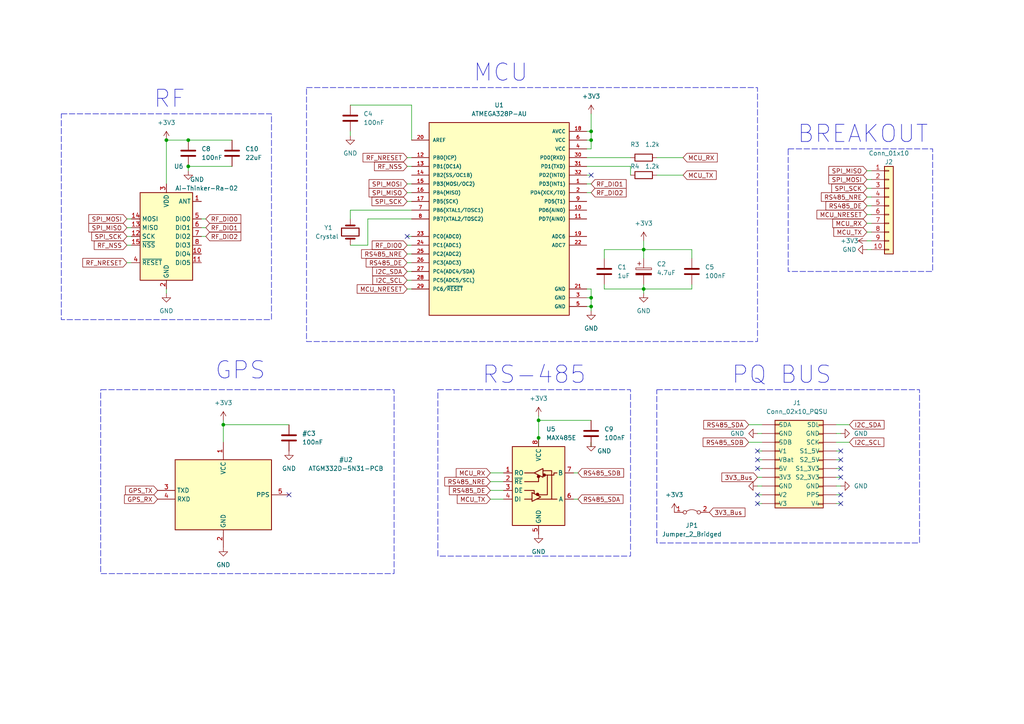
<source format=kicad_sch>
(kicad_sch (version 20230121) (generator eeschema)

  (uuid b4a94a9f-7fdf-43c6-82b9-c312e856d25f)

  (paper "A4")

  (title_block
    (title "PQ Com Unit")
    (date "2023-08-13")
    (rev "v01")
    (company "Author: Gary Allen")
  )

  (lib_symbols
    (symbol "ATGM332D-5N31-PCB:ATGM332D-5N31" (in_bom yes) (on_board yes)
      (property "Reference" "U9" (at 1.27 8.89 0)
        (effects (font (size 1.27 1.27)))
      )
      (property "Value" "ATGM332D-5N31-PCB" (at 1.27 6.35 0)
        (effects (font (size 1.27 1.27)))
      )
      (property "Footprint" "ATGM332D-5N31-PCB:ATGM332D-5N31-PCB" (at 34.29 -94.92 0)
        (effects (font (size 1.27 1.27)) (justify left top) hide)
      )
      (property "Datasheet" "https://datasheet.lcsc.com/szlcsc/ZHONGKEWEI-ATGM332D-5N31_C128659.pdf" (at 34.29 -194.92 0)
        (effects (font (size 1.27 1.27)) (justify left top) hide)
      )
      (property "Height" "2.6" (at 34.29 -394.92 0)
        (effects (font (size 1.27 1.27)) (justify left top) hide)
      )
      (property "Manufacturer_Name" "ZHONGKEWEI" (at 34.29 -494.92 0)
        (effects (font (size 1.27 1.27)) (justify left top) hide)
      )
      (property "Manufacturer_Part_Number" "ATGM332D-5N31" (at 34.29 -594.92 0)
        (effects (font (size 1.27 1.27)) (justify left top) hide)
      )
      (property "Mouser Part Number" "" (at 34.29 -694.92 0)
        (effects (font (size 1.27 1.27)) (justify left top) hide)
      )
      (property "Mouser Price/Stock" "" (at 34.29 -794.92 0)
        (effects (font (size 1.27 1.27)) (justify left top) hide)
      )
      (property "Arrow Part Number" "" (at 34.29 -894.92 0)
        (effects (font (size 1.27 1.27)) (justify left top) hide)
      )
      (property "Arrow Price/Stock" "" (at 34.29 -994.92 0)
        (effects (font (size 1.27 1.27)) (justify left top) hide)
      )
      (property "ki_description" "Communication Modules/GNSS Modules 12.2x16x2.4mm" (at 0 0 0)
        (effects (font (size 1.27 1.27)) hide)
      )
      (symbol "ATGM332D-5N31_1_1"
        (rectangle (start 5.08 2.54) (end 33.02 -17.78)
          (stroke (width 0.254) (type default))
          (fill (type background))
        )
        (pin passive line (at 19.05 7.62 270) (length 5.08)
          (name "VCC" (effects (font (size 1.27 1.27))))
          (number "1" (effects (font (size 1.27 1.27))))
        )
        (pin passive line (at 19.05 -22.86 90) (length 5.08)
          (name "GND" (effects (font (size 1.27 1.27))))
          (number "2" (effects (font (size 1.27 1.27))))
        )
        (pin passive line (at 0 -6.35 0) (length 5.08)
          (name "TXD" (effects (font (size 1.27 1.27))))
          (number "3" (effects (font (size 1.27 1.27))))
        )
        (pin passive line (at 0 -8.89 0) (length 5.08)
          (name "RXD" (effects (font (size 1.27 1.27))))
          (number "4" (effects (font (size 1.27 1.27))))
        )
        (pin passive line (at 38.1 -7.62 180) (length 5.08)
          (name "PPS" (effects (font (size 1.27 1.27))))
          (number "5" (effects (font (size 1.27 1.27))))
        )
      )
    )
    (symbol "ATMEGA328P-AU:ATMEGA328P-AU" (pin_names (offset 1.016)) (in_bom yes) (on_board yes)
      (property "Reference" "U1" (at 0 33.02 0)
        (effects (font (size 1.27 1.27)))
      )
      (property "Value" "ATMEGA328P-AU" (at 0 30.48 0)
        (effects (font (size 1.27 1.27)))
      )
      (property "Footprint" "QFP80P900X900X120-32N" (at -11.43 39.37 0)
        (effects (font (size 1.27 1.27)) (justify bottom) hide)
      )
      (property "Datasheet" "" (at -10.16 0 0)
        (effects (font (size 1.27 1.27)) hide)
      )
      (property "MANUFACTURER" "Atmel" (at 2.54 -1.27 0)
        (effects (font (size 1.27 1.27)) (justify bottom) hide)
      )
      (symbol "ATMEGA328P-AU_0_0"
        (rectangle (start -20.32 27.94) (end 20.32 -27.94)
          (stroke (width 0.254) (type default))
          (fill (type background))
        )
        (pin power_in line (at 25.4 25.4 180) (length 5.08)
          (name "AVCC" (effects (font (size 1.016 1.016))))
          (number "18" (effects (font (size 1.016 1.016))))
        )
        (pin bidirectional line (at 25.4 -5.08 180) (length 5.08)
          (name "ADC6" (effects (font (size 1.016 1.016))))
          (number "19" (effects (font (size 1.016 1.016))))
        )
        (pin input line (at -25.4 22.86 0) (length 5.08)
          (name "AREF" (effects (font (size 1.016 1.016))))
          (number "20" (effects (font (size 1.016 1.016))))
        )
        (pin power_in line (at 25.4 -20.32 180) (length 5.08)
          (name "GND" (effects (font (size 1.016 1.016))))
          (number "21" (effects (font (size 1.016 1.016))))
        )
        (pin bidirectional line (at 25.4 -7.62 180) (length 5.08)
          (name "ADC7" (effects (font (size 1.016 1.016))))
          (number "22" (effects (font (size 1.016 1.016))))
        )
        (pin bidirectional line (at -25.4 -20.32 0) (length 5.08)
          (name "PC6/~{RESET}" (effects (font (size 1.016 1.016))))
          (number "29" (effects (font (size 1.016 1.016))))
        )
        (pin power_in line (at 25.4 -22.86 180) (length 5.08)
          (name "GND" (effects (font (size 1.016 1.016))))
          (number "3" (effects (font (size 1.016 1.016))))
        )
        (pin power_in line (at 25.4 20.32 180) (length 5.08)
          (name "VCC" (effects (font (size 1.016 1.016))))
          (number "4" (effects (font (size 1.016 1.016))))
        )
        (pin power_in line (at 25.4 -25.4 180) (length 5.08)
          (name "GND" (effects (font (size 1.016 1.016))))
          (number "5" (effects (font (size 1.016 1.016))))
        )
        (pin power_in line (at 25.4 22.86 180) (length 5.08)
          (name "VCC" (effects (font (size 1.016 1.016))))
          (number "6" (effects (font (size 1.016 1.016))))
        )
      )
      (symbol "ATMEGA328P-AU_1_0"
        (pin bidirectional line (at 25.4 10.16 180) (length 5.08)
          (name "PD3(INT1)" (effects (font (size 1.016 1.016))))
          (number "1" (effects (font (size 1.016 1.016))))
        )
        (pin bidirectional line (at 25.4 2.54 180) (length 5.08)
          (name "PD6(AIN0)" (effects (font (size 1.016 1.016))))
          (number "10" (effects (font (size 1.016 1.016))))
        )
        (pin bidirectional line (at 25.4 0 180) (length 5.08)
          (name "PD7(AIN0)" (effects (font (size 1.016 1.016))))
          (number "11" (effects (font (size 1.016 1.016))))
        )
        (pin bidirectional line (at -25.4 17.78 0) (length 5.08)
          (name "PB0(ICP)" (effects (font (size 1.016 1.016))))
          (number "12" (effects (font (size 1.016 1.016))))
        )
        (pin bidirectional line (at -25.4 15.24 0) (length 5.08)
          (name "PB1(OC1A)" (effects (font (size 1.016 1.016))))
          (number "13" (effects (font (size 1.016 1.016))))
        )
        (pin bidirectional line (at -25.4 12.7 0) (length 5.08)
          (name "PB2(SS/OC1B)" (effects (font (size 1.016 1.016))))
          (number "14" (effects (font (size 1.016 1.016))))
        )
        (pin bidirectional line (at -25.4 10.16 0) (length 5.08)
          (name "PB3(MOSI/OC2)" (effects (font (size 1.016 1.016))))
          (number "15" (effects (font (size 1.016 1.016))))
        )
        (pin bidirectional line (at -25.4 7.62 0) (length 5.08)
          (name "PB4(MISO)" (effects (font (size 1.016 1.016))))
          (number "16" (effects (font (size 1.016 1.016))))
        )
        (pin bidirectional line (at -25.4 5.08 0) (length 5.08)
          (name "PB5(SCK)" (effects (font (size 1.016 1.016))))
          (number "17" (effects (font (size 1.016 1.016))))
        )
        (pin bidirectional line (at 25.4 7.62 180) (length 5.08)
          (name "PD4(XCK/T0)" (effects (font (size 1.016 1.016))))
          (number "2" (effects (font (size 1.016 1.016))))
        )
        (pin bidirectional line (at -25.4 -5.08 0) (length 5.08)
          (name "PC0(ADC0)" (effects (font (size 1.016 1.016))))
          (number "23" (effects (font (size 1.016 1.016))))
        )
        (pin bidirectional line (at -25.4 -7.62 0) (length 5.08)
          (name "PC1(ADC1)" (effects (font (size 1.016 1.016))))
          (number "24" (effects (font (size 1.016 1.016))))
        )
        (pin bidirectional line (at -25.4 -10.16 0) (length 5.08)
          (name "PC2(ADC2)" (effects (font (size 1.016 1.016))))
          (number "25" (effects (font (size 1.016 1.016))))
        )
        (pin bidirectional line (at -25.4 -12.7 0) (length 5.08)
          (name "PC3(ADC3)" (effects (font (size 1.016 1.016))))
          (number "26" (effects (font (size 1.016 1.016))))
        )
        (pin bidirectional line (at -25.4 -15.24 0) (length 5.08)
          (name "PC4(ADC4/SDA)" (effects (font (size 1.016 1.016))))
          (number "27" (effects (font (size 1.016 1.016))))
        )
        (pin bidirectional line (at -25.4 -17.78 0) (length 5.08)
          (name "PC5(ADC5/SCL)" (effects (font (size 1.016 1.016))))
          (number "28" (effects (font (size 1.016 1.016))))
        )
        (pin bidirectional line (at 25.4 17.78 180) (length 5.08)
          (name "PD0(RXD)" (effects (font (size 1.016 1.016))))
          (number "30" (effects (font (size 1.016 1.016))))
        )
        (pin bidirectional line (at 25.4 15.24 180) (length 5.08)
          (name "PD1(TXD)" (effects (font (size 1.016 1.016))))
          (number "31" (effects (font (size 1.016 1.016))))
        )
        (pin bidirectional line (at 25.4 12.7 180) (length 5.08)
          (name "PD2(INT0)" (effects (font (size 1.016 1.016))))
          (number "32" (effects (font (size 1.016 1.016))))
        )
        (pin bidirectional line (at -25.4 2.54 0) (length 5.08)
          (name "PB6(XTAL1/TOSC1)" (effects (font (size 1.016 1.016))))
          (number "7" (effects (font (size 1.016 1.016))))
        )
        (pin bidirectional line (at -25.4 0 0) (length 5.08)
          (name "PB7(XTAL2/TOSC2)" (effects (font (size 1.016 1.016))))
          (number "8" (effects (font (size 1.016 1.016))))
        )
        (pin bidirectional line (at 25.4 5.08 180) (length 5.08)
          (name "PD5(T1)" (effects (font (size 1.016 1.016))))
          (number "9" (effects (font (size 1.016 1.016))))
        )
      )
    )
    (symbol "Connector_Generic:Conn_01x10" (pin_names (offset 1.016) hide) (in_bom yes) (on_board yes)
      (property "Reference" "J" (at 0 12.7 0)
        (effects (font (size 1.27 1.27)))
      )
      (property "Value" "Conn_01x10" (at 0 -15.24 0)
        (effects (font (size 1.27 1.27)))
      )
      (property "Footprint" "" (at 0 0 0)
        (effects (font (size 1.27 1.27)) hide)
      )
      (property "Datasheet" "~" (at 0 0 0)
        (effects (font (size 1.27 1.27)) hide)
      )
      (property "ki_keywords" "connector" (at 0 0 0)
        (effects (font (size 1.27 1.27)) hide)
      )
      (property "ki_description" "Generic connector, single row, 01x10, script generated (kicad-library-utils/schlib/autogen/connector/)" (at 0 0 0)
        (effects (font (size 1.27 1.27)) hide)
      )
      (property "ki_fp_filters" "Connector*:*_1x??_*" (at 0 0 0)
        (effects (font (size 1.27 1.27)) hide)
      )
      (symbol "Conn_01x10_1_1"
        (rectangle (start -1.27 -12.573) (end 0 -12.827)
          (stroke (width 0.1524) (type default))
          (fill (type none))
        )
        (rectangle (start -1.27 -10.033) (end 0 -10.287)
          (stroke (width 0.1524) (type default))
          (fill (type none))
        )
        (rectangle (start -1.27 -7.493) (end 0 -7.747)
          (stroke (width 0.1524) (type default))
          (fill (type none))
        )
        (rectangle (start -1.27 -4.953) (end 0 -5.207)
          (stroke (width 0.1524) (type default))
          (fill (type none))
        )
        (rectangle (start -1.27 -2.413) (end 0 -2.667)
          (stroke (width 0.1524) (type default))
          (fill (type none))
        )
        (rectangle (start -1.27 0.127) (end 0 -0.127)
          (stroke (width 0.1524) (type default))
          (fill (type none))
        )
        (rectangle (start -1.27 2.667) (end 0 2.413)
          (stroke (width 0.1524) (type default))
          (fill (type none))
        )
        (rectangle (start -1.27 5.207) (end 0 4.953)
          (stroke (width 0.1524) (type default))
          (fill (type none))
        )
        (rectangle (start -1.27 7.747) (end 0 7.493)
          (stroke (width 0.1524) (type default))
          (fill (type none))
        )
        (rectangle (start -1.27 10.287) (end 0 10.033)
          (stroke (width 0.1524) (type default))
          (fill (type none))
        )
        (rectangle (start -1.27 11.43) (end 1.27 -13.97)
          (stroke (width 0.254) (type default))
          (fill (type background))
        )
        (pin passive line (at -5.08 10.16 0) (length 3.81)
          (name "Pin_1" (effects (font (size 1.27 1.27))))
          (number "1" (effects (font (size 1.27 1.27))))
        )
        (pin passive line (at -5.08 -12.7 0) (length 3.81)
          (name "Pin_10" (effects (font (size 1.27 1.27))))
          (number "10" (effects (font (size 1.27 1.27))))
        )
        (pin passive line (at -5.08 7.62 0) (length 3.81)
          (name "Pin_2" (effects (font (size 1.27 1.27))))
          (number "2" (effects (font (size 1.27 1.27))))
        )
        (pin passive line (at -5.08 5.08 0) (length 3.81)
          (name "Pin_3" (effects (font (size 1.27 1.27))))
          (number "3" (effects (font (size 1.27 1.27))))
        )
        (pin passive line (at -5.08 2.54 0) (length 3.81)
          (name "Pin_4" (effects (font (size 1.27 1.27))))
          (number "4" (effects (font (size 1.27 1.27))))
        )
        (pin passive line (at -5.08 0 0) (length 3.81)
          (name "Pin_5" (effects (font (size 1.27 1.27))))
          (number "5" (effects (font (size 1.27 1.27))))
        )
        (pin passive line (at -5.08 -2.54 0) (length 3.81)
          (name "Pin_6" (effects (font (size 1.27 1.27))))
          (number "6" (effects (font (size 1.27 1.27))))
        )
        (pin passive line (at -5.08 -5.08 0) (length 3.81)
          (name "Pin_7" (effects (font (size 1.27 1.27))))
          (number "7" (effects (font (size 1.27 1.27))))
        )
        (pin passive line (at -5.08 -7.62 0) (length 3.81)
          (name "Pin_8" (effects (font (size 1.27 1.27))))
          (number "8" (effects (font (size 1.27 1.27))))
        )
        (pin passive line (at -5.08 -10.16 0) (length 3.81)
          (name "Pin_9" (effects (font (size 1.27 1.27))))
          (number "9" (effects (font (size 1.27 1.27))))
        )
      )
    )
    (symbol "Connector_Generic:Conn_02x10_Top_Bottom" (pin_numbers hide) (pin_names (offset 1.016)) (in_bom yes) (on_board yes)
      (property "Reference" "J2" (at 1.27 16.51 0)
        (effects (font (size 1.27 1.27)))
      )
      (property "Value" "Conn_02x10_PQSU" (at 1.27 13.97 0)
        (effects (font (size 1.27 1.27)))
      )
      (property "Footprint" "Connector_PinHeader_2.54mm:PinHeader_2x10_P2.54mm_Vertical" (at 5.08 25.4 0)
        (effects (font (size 1.27 1.27)) hide)
      )
      (property "Datasheet" "~" (at 0 0 0)
        (effects (font (size 1.27 1.27)) hide)
      )
      (property "ki_keywords" "connector" (at 0 0 0)
        (effects (font (size 1.27 1.27)) hide)
      )
      (property "ki_description" "Generic connector, double row, 02x10, top/bottom pin numbering scheme (row 1: 1...pins_per_row, row2: pins_per_row+1 ... num_pins), script generated (kicad-library-utils/schlib/autogen/connector/)" (at 0 0 0)
        (effects (font (size 1.27 1.27)) hide)
      )
      (property "ki_fp_filters" "Connector*:*_2x??_*" (at 0 0 0)
        (effects (font (size 1.27 1.27)) hide)
      )
      (symbol "Conn_02x10_Top_Bottom_1_1"
        (rectangle (start -1.27 -12.573) (end 0 -12.827)
          (stroke (width 0.1524) (type default))
          (fill (type none))
        )
        (rectangle (start -1.27 -10.033) (end 0 -10.287)
          (stroke (width 0.1524) (type default))
          (fill (type none))
        )
        (rectangle (start -1.27 -7.493) (end 0 -7.747)
          (stroke (width 0.1524) (type default))
          (fill (type none))
        )
        (rectangle (start -1.27 -4.953) (end 0 -5.207)
          (stroke (width 0.1524) (type default))
          (fill (type none))
        )
        (rectangle (start -1.27 -2.413) (end 0 -2.667)
          (stroke (width 0.1524) (type default))
          (fill (type none))
        )
        (rectangle (start -1.27 0.127) (end 0 -0.127)
          (stroke (width 0.1524) (type default))
          (fill (type none))
        )
        (rectangle (start -1.27 2.667) (end 0 2.413)
          (stroke (width 0.1524) (type default))
          (fill (type none))
        )
        (rectangle (start -1.27 5.207) (end 0 4.953)
          (stroke (width 0.1524) (type default))
          (fill (type none))
        )
        (rectangle (start -1.27 7.747) (end 0 7.493)
          (stroke (width 0.1524) (type default))
          (fill (type none))
        )
        (rectangle (start -1.27 10.287) (end 0 10.033)
          (stroke (width 0.1524) (type default))
          (fill (type none))
        )
        (rectangle (start -1.27 11.43) (end 12.7 -13.97)
          (stroke (width 0.254) (type default))
          (fill (type background))
        )
        (rectangle (start 11.43 -2.54) (end 12.7 -2.794)
          (stroke (width 0.1524) (type default))
          (fill (type none))
        )
        (rectangle (start 11.43 0) (end 12.7 -0.254)
          (stroke (width 0.1524) (type default))
          (fill (type none))
        )
        (rectangle (start 11.43 10.16) (end 12.7 9.906)
          (stroke (width 0.1524) (type default))
          (fill (type none))
        )
        (rectangle (start 12.7 -12.7) (end 11.43 -12.954)
          (stroke (width 0.1524) (type default))
          (fill (type none))
        )
        (rectangle (start 12.7 -10.16) (end 11.43 -10.414)
          (stroke (width 0.1524) (type default))
          (fill (type none))
        )
        (rectangle (start 12.7 -7.62) (end 11.43 -7.874)
          (stroke (width 0.1524) (type default))
          (fill (type none))
        )
        (rectangle (start 12.7 -5.08) (end 11.43 -5.334)
          (stroke (width 0.1524) (type default))
          (fill (type none))
        )
        (rectangle (start 12.7 2.54) (end 11.43 2.286)
          (stroke (width 0.1524) (type default))
          (fill (type none))
        )
        (rectangle (start 12.7 5.08) (end 11.43 4.826)
          (stroke (width 0.1524) (type default))
          (fill (type none))
        )
        (rectangle (start 12.7 7.62) (end 11.43 7.366)
          (stroke (width 0.1524) (type default))
          (fill (type none))
        )
        (pin passive line (at -5.08 10.16 0) (length 3.81)
          (name "SDA" (effects (font (size 1.27 1.27))))
          (number "1" (effects (font (size 1.27 1.27))))
        )
        (pin passive line (at -5.08 -12.7 0) (length 3.81)
          (name "V3" (effects (font (size 1.27 1.27))))
          (number "10" (effects (font (size 1.27 1.27))))
        )
        (pin passive line (at 16.51 10.16 180) (length 3.81)
          (name "SDL" (effects (font (size 1.27 1.27))))
          (number "11" (effects (font (size 1.27 1.27))))
        )
        (pin passive line (at 16.51 7.62 180) (length 3.81)
          (name "GND" (effects (font (size 1.27 1.27))))
          (number "12" (effects (font (size 1.27 1.27))))
        )
        (pin passive line (at 16.51 5.08 180) (length 3.81)
          (name "SCK" (effects (font (size 1.27 1.27))))
          (number "13" (effects (font (size 1.27 1.27))))
        )
        (pin passive line (at 16.51 2.54 180) (length 3.81)
          (name "S1_5V" (effects (font (size 1.27 1.27))))
          (number "14" (effects (font (size 1.27 1.27))))
        )
        (pin passive line (at 16.51 0 180) (length 3.81)
          (name "S2_5V" (effects (font (size 1.27 1.27))))
          (number "15" (effects (font (size 1.27 1.27))))
        )
        (pin passive line (at 16.51 -2.54 180) (length 3.81)
          (name "S1_3V3" (effects (font (size 1.27 1.27))))
          (number "16" (effects (font (size 1.27 1.27))))
        )
        (pin passive line (at 16.51 -5.08 180) (length 3.81)
          (name "S2_3V3" (effects (font (size 1.27 1.27))))
          (number "17" (effects (font (size 1.27 1.27))))
        )
        (pin passive line (at 16.51 -7.62 180) (length 3.81)
          (name "GND" (effects (font (size 1.27 1.27))))
          (number "18" (effects (font (size 1.27 1.27))))
        )
        (pin passive line (at 16.51 -10.16 180) (length 3.81)
          (name "PPS" (effects (font (size 1.27 1.27))))
          (number "19" (effects (font (size 1.27 1.27))))
        )
        (pin passive line (at -5.08 7.62 0) (length 3.81)
          (name "GND" (effects (font (size 1.27 1.27))))
          (number "2" (effects (font (size 1.27 1.27))))
        )
        (pin passive line (at 16.51 -12.7 180) (length 3.81)
          (name "V4" (effects (font (size 1.27 1.27))))
          (number "20" (effects (font (size 1.27 1.27))))
        )
        (pin passive line (at -5.08 5.08 0) (length 3.81)
          (name "SDB" (effects (font (size 1.27 1.27))))
          (number "3" (effects (font (size 1.27 1.27))))
        )
        (pin passive line (at -5.08 2.54 0) (length 3.81)
          (name "V1" (effects (font (size 1.27 1.27))))
          (number "4" (effects (font (size 1.27 1.27))))
        )
        (pin passive line (at -5.08 0 0) (length 3.81)
          (name "VBat" (effects (font (size 1.27 1.27))))
          (number "5" (effects (font (size 1.27 1.27))))
        )
        (pin passive line (at -5.08 -2.54 0) (length 3.81)
          (name "5V" (effects (font (size 1.27 1.27))))
          (number "6" (effects (font (size 1.27 1.27))))
        )
        (pin passive line (at -5.08 -5.08 0) (length 3.81)
          (name "3V3" (effects (font (size 1.27 1.27))))
          (number "7" (effects (font (size 1.27 1.27))))
        )
        (pin passive line (at -5.08 -7.62 0) (length 3.81)
          (name "GND" (effects (font (size 1.27 1.27))))
          (number "8" (effects (font (size 1.27 1.27))))
        )
        (pin passive line (at -5.08 -10.16 0) (length 3.81)
          (name "V2" (effects (font (size 1.27 1.27))))
          (number "9" (effects (font (size 1.27 1.27))))
        )
      )
    )
    (symbol "Device:C" (pin_numbers hide) (pin_names (offset 0.254)) (in_bom yes) (on_board yes)
      (property "Reference" "C" (at 0.635 2.54 0)
        (effects (font (size 1.27 1.27)) (justify left))
      )
      (property "Value" "C" (at 0.635 -2.54 0)
        (effects (font (size 1.27 1.27)) (justify left))
      )
      (property "Footprint" "" (at 0.9652 -3.81 0)
        (effects (font (size 1.27 1.27)) hide)
      )
      (property "Datasheet" "~" (at 0 0 0)
        (effects (font (size 1.27 1.27)) hide)
      )
      (property "ki_keywords" "cap capacitor" (at 0 0 0)
        (effects (font (size 1.27 1.27)) hide)
      )
      (property "ki_description" "Unpolarized capacitor" (at 0 0 0)
        (effects (font (size 1.27 1.27)) hide)
      )
      (property "ki_fp_filters" "C_*" (at 0 0 0)
        (effects (font (size 1.27 1.27)) hide)
      )
      (symbol "C_0_1"
        (polyline
          (pts
            (xy -2.032 -0.762)
            (xy 2.032 -0.762)
          )
          (stroke (width 0.508) (type default))
          (fill (type none))
        )
        (polyline
          (pts
            (xy -2.032 0.762)
            (xy 2.032 0.762)
          )
          (stroke (width 0.508) (type default))
          (fill (type none))
        )
      )
      (symbol "C_1_1"
        (pin passive line (at 0 3.81 270) (length 2.794)
          (name "~" (effects (font (size 1.27 1.27))))
          (number "1" (effects (font (size 1.27 1.27))))
        )
        (pin passive line (at 0 -3.81 90) (length 2.794)
          (name "~" (effects (font (size 1.27 1.27))))
          (number "2" (effects (font (size 1.27 1.27))))
        )
      )
    )
    (symbol "Device:C_Polarized" (pin_numbers hide) (pin_names (offset 0.254)) (in_bom yes) (on_board yes)
      (property "Reference" "C" (at 0.635 2.54 0)
        (effects (font (size 1.27 1.27)) (justify left))
      )
      (property "Value" "C_Polarized" (at 0.635 -2.54 0)
        (effects (font (size 1.27 1.27)) (justify left))
      )
      (property "Footprint" "" (at 0.9652 -3.81 0)
        (effects (font (size 1.27 1.27)) hide)
      )
      (property "Datasheet" "~" (at 0 0 0)
        (effects (font (size 1.27 1.27)) hide)
      )
      (property "ki_keywords" "cap capacitor" (at 0 0 0)
        (effects (font (size 1.27 1.27)) hide)
      )
      (property "ki_description" "Polarized capacitor" (at 0 0 0)
        (effects (font (size 1.27 1.27)) hide)
      )
      (property "ki_fp_filters" "CP_*" (at 0 0 0)
        (effects (font (size 1.27 1.27)) hide)
      )
      (symbol "C_Polarized_0_1"
        (rectangle (start -2.286 0.508) (end 2.286 1.016)
          (stroke (width 0) (type default))
          (fill (type none))
        )
        (polyline
          (pts
            (xy -1.778 2.286)
            (xy -0.762 2.286)
          )
          (stroke (width 0) (type default))
          (fill (type none))
        )
        (polyline
          (pts
            (xy -1.27 2.794)
            (xy -1.27 1.778)
          )
          (stroke (width 0) (type default))
          (fill (type none))
        )
        (rectangle (start 2.286 -0.508) (end -2.286 -1.016)
          (stroke (width 0) (type default))
          (fill (type outline))
        )
      )
      (symbol "C_Polarized_1_1"
        (pin passive line (at 0 3.81 270) (length 2.794)
          (name "~" (effects (font (size 1.27 1.27))))
          (number "1" (effects (font (size 1.27 1.27))))
        )
        (pin passive line (at 0 -3.81 90) (length 2.794)
          (name "~" (effects (font (size 1.27 1.27))))
          (number "2" (effects (font (size 1.27 1.27))))
        )
      )
    )
    (symbol "Device:Crystal" (pin_numbers hide) (pin_names (offset 1.016) hide) (in_bom yes) (on_board yes)
      (property "Reference" "Y" (at 0 3.81 0)
        (effects (font (size 1.27 1.27)))
      )
      (property "Value" "Crystal" (at 0 -3.81 0)
        (effects (font (size 1.27 1.27)))
      )
      (property "Footprint" "" (at 0 0 0)
        (effects (font (size 1.27 1.27)) hide)
      )
      (property "Datasheet" "~" (at 0 0 0)
        (effects (font (size 1.27 1.27)) hide)
      )
      (property "ki_keywords" "quartz ceramic resonator oscillator" (at 0 0 0)
        (effects (font (size 1.27 1.27)) hide)
      )
      (property "ki_description" "Two pin crystal" (at 0 0 0)
        (effects (font (size 1.27 1.27)) hide)
      )
      (property "ki_fp_filters" "Crystal*" (at 0 0 0)
        (effects (font (size 1.27 1.27)) hide)
      )
      (symbol "Crystal_0_1"
        (rectangle (start -1.143 2.54) (end 1.143 -2.54)
          (stroke (width 0.3048) (type default))
          (fill (type none))
        )
        (polyline
          (pts
            (xy -2.54 0)
            (xy -1.905 0)
          )
          (stroke (width 0) (type default))
          (fill (type none))
        )
        (polyline
          (pts
            (xy -1.905 -1.27)
            (xy -1.905 1.27)
          )
          (stroke (width 0.508) (type default))
          (fill (type none))
        )
        (polyline
          (pts
            (xy 1.905 -1.27)
            (xy 1.905 1.27)
          )
          (stroke (width 0.508) (type default))
          (fill (type none))
        )
        (polyline
          (pts
            (xy 2.54 0)
            (xy 1.905 0)
          )
          (stroke (width 0) (type default))
          (fill (type none))
        )
      )
      (symbol "Crystal_1_1"
        (pin passive line (at -3.81 0 0) (length 1.27)
          (name "1" (effects (font (size 1.27 1.27))))
          (number "1" (effects (font (size 1.27 1.27))))
        )
        (pin passive line (at 3.81 0 180) (length 1.27)
          (name "2" (effects (font (size 1.27 1.27))))
          (number "2" (effects (font (size 1.27 1.27))))
        )
      )
    )
    (symbol "Device:R" (pin_numbers hide) (pin_names (offset 0)) (in_bom yes) (on_board yes)
      (property "Reference" "R" (at 2.032 0 90)
        (effects (font (size 1.27 1.27)))
      )
      (property "Value" "R" (at 0 0 90)
        (effects (font (size 1.27 1.27)))
      )
      (property "Footprint" "" (at -1.778 0 90)
        (effects (font (size 1.27 1.27)) hide)
      )
      (property "Datasheet" "~" (at 0 0 0)
        (effects (font (size 1.27 1.27)) hide)
      )
      (property "ki_keywords" "R res resistor" (at 0 0 0)
        (effects (font (size 1.27 1.27)) hide)
      )
      (property "ki_description" "Resistor" (at 0 0 0)
        (effects (font (size 1.27 1.27)) hide)
      )
      (property "ki_fp_filters" "R_*" (at 0 0 0)
        (effects (font (size 1.27 1.27)) hide)
      )
      (symbol "R_0_1"
        (rectangle (start -1.016 -2.54) (end 1.016 2.54)
          (stroke (width 0.254) (type default))
          (fill (type none))
        )
      )
      (symbol "R_1_1"
        (pin passive line (at 0 3.81 270) (length 1.27)
          (name "~" (effects (font (size 1.27 1.27))))
          (number "1" (effects (font (size 1.27 1.27))))
        )
        (pin passive line (at 0 -3.81 90) (length 1.27)
          (name "~" (effects (font (size 1.27 1.27))))
          (number "2" (effects (font (size 1.27 1.27))))
        )
      )
    )
    (symbol "Interface_UART:MAX485E" (in_bom yes) (on_board yes)
      (property "Reference" "U" (at -6.096 11.43 0)
        (effects (font (size 1.27 1.27)))
      )
      (property "Value" "MAX485E" (at 0.762 11.43 0)
        (effects (font (size 1.27 1.27)) (justify left))
      )
      (property "Footprint" "" (at 0 -17.78 0)
        (effects (font (size 1.27 1.27)) hide)
      )
      (property "Datasheet" "https://datasheets.maximintegrated.com/en/ds/MAX1487E-MAX491E.pdf" (at 0 1.27 0)
        (effects (font (size 1.27 1.27)) hide)
      )
      (property "ki_keywords" "Half duplex RS-485/RS-422, 2.5 Mbps, ±15kV electro-static discharge (ESD) protection, no slew-rate, no low-power shutdown, with receiver/driver enable, 32 receiver drive kapacitity, DIP-8 and SOIC-8" (at 0 0 0)
        (effects (font (size 1.27 1.27)) hide)
      )
      (property "ki_description" "Half duplex RS-485/RS-422, 2.5 Mbps, ±15kV electro-static discharge (ESD) protection, no slew-rate, no low-power shutdown, with receiver/driver enable, 32 receiver drive kapacitity, DIP-8 and SOIC-8" (at 0 0 0)
        (effects (font (size 1.27 1.27)) hide)
      )
      (property "ki_fp_filters" "DIP*W7.62mm* SOIC*3.9x4.9mm*P1.27mm*" (at 0 0 0)
        (effects (font (size 1.27 1.27)) hide)
      )
      (symbol "MAX485E_0_1"
        (rectangle (start -7.62 10.16) (end 7.62 -12.7)
          (stroke (width 0.254) (type default))
          (fill (type background))
        )
        (circle (center -0.3048 -3.683) (radius 0.3556)
          (stroke (width 0.254) (type default))
          (fill (type outline))
        )
        (circle (center -0.0254 1.4986) (radius 0.3556)
          (stroke (width 0.254) (type default))
          (fill (type outline))
        )
        (polyline
          (pts
            (xy -4.064 -5.08)
            (xy -1.905 -5.08)
          )
          (stroke (width 0.254) (type default))
          (fill (type none))
        )
        (polyline
          (pts
            (xy -4.064 2.54)
            (xy -1.27 2.54)
          )
          (stroke (width 0.254) (type default))
          (fill (type none))
        )
        (polyline
          (pts
            (xy -1.27 -3.2004)
            (xy -1.27 -3.4544)
          )
          (stroke (width 0.254) (type default))
          (fill (type none))
        )
        (polyline
          (pts
            (xy -0.635 -5.08)
            (xy 5.334 -5.08)
          )
          (stroke (width 0.254) (type default))
          (fill (type none))
        )
        (polyline
          (pts
            (xy -4.064 -2.54)
            (xy -1.27 -2.54)
            (xy -1.27 -3.175)
          )
          (stroke (width 0.254) (type default))
          (fill (type none))
        )
        (polyline
          (pts
            (xy 0 1.27)
            (xy 0 0)
            (xy -4.064 0)
          )
          (stroke (width 0.254) (type default))
          (fill (type none))
        )
        (polyline
          (pts
            (xy 1.27 3.175)
            (xy 3.81 3.175)
            (xy 3.81 -5.08)
          )
          (stroke (width 0.254) (type default))
          (fill (type none))
        )
        (polyline
          (pts
            (xy 2.54 1.905)
            (xy 2.54 -3.81)
            (xy 0 -3.81)
          )
          (stroke (width 0.254) (type default))
          (fill (type none))
        )
        (polyline
          (pts
            (xy -1.905 -3.175)
            (xy -1.905 -5.715)
            (xy 0.635 -4.445)
            (xy -1.905 -3.175)
          )
          (stroke (width 0.254) (type default))
          (fill (type none))
        )
        (polyline
          (pts
            (xy -1.27 2.54)
            (xy 1.27 3.81)
            (xy 1.27 1.27)
            (xy -1.27 2.54)
          )
          (stroke (width 0.254) (type default))
          (fill (type none))
        )
        (polyline
          (pts
            (xy 1.905 1.905)
            (xy 4.445 1.905)
            (xy 4.445 2.54)
            (xy 5.334 2.54)
          )
          (stroke (width 0.254) (type default))
          (fill (type none))
        )
        (rectangle (start 1.27 3.175) (end 1.27 3.175)
          (stroke (width 0) (type default))
          (fill (type none))
        )
        (circle (center 1.651 1.905) (radius 0.3556)
          (stroke (width 0.254) (type default))
          (fill (type outline))
        )
      )
      (symbol "MAX485E_1_1"
        (pin output line (at -10.16 2.54 0) (length 2.54)
          (name "RO" (effects (font (size 1.27 1.27))))
          (number "1" (effects (font (size 1.27 1.27))))
        )
        (pin input line (at -10.16 0 0) (length 2.54)
          (name "~{RE}" (effects (font (size 1.27 1.27))))
          (number "2" (effects (font (size 1.27 1.27))))
        )
        (pin input line (at -10.16 -2.54 0) (length 2.54)
          (name "DE" (effects (font (size 1.27 1.27))))
          (number "3" (effects (font (size 1.27 1.27))))
        )
        (pin input line (at -10.16 -5.08 0) (length 2.54)
          (name "DI" (effects (font (size 1.27 1.27))))
          (number "4" (effects (font (size 1.27 1.27))))
        )
        (pin power_in line (at 0 -15.24 90) (length 2.54)
          (name "GND" (effects (font (size 1.27 1.27))))
          (number "5" (effects (font (size 1.27 1.27))))
        )
        (pin bidirectional line (at 10.16 -5.08 180) (length 2.54)
          (name "A" (effects (font (size 1.27 1.27))))
          (number "6" (effects (font (size 1.27 1.27))))
        )
        (pin bidirectional line (at 10.16 2.54 180) (length 2.54)
          (name "B" (effects (font (size 1.27 1.27))))
          (number "7" (effects (font (size 1.27 1.27))))
        )
        (pin power_in line (at 0 12.7 270) (length 2.54)
          (name "VCC" (effects (font (size 1.27 1.27))))
          (number "8" (effects (font (size 1.27 1.27))))
        )
      )
    )
    (symbol "Jumper:Jumper_2_Bridged" (pin_names (offset 0) hide) (in_bom yes) (on_board yes)
      (property "Reference" "JP" (at 0 1.905 0)
        (effects (font (size 1.27 1.27)))
      )
      (property "Value" "Jumper_2_Bridged" (at 0 -2.54 0)
        (effects (font (size 1.27 1.27)))
      )
      (property "Footprint" "" (at 0 0 0)
        (effects (font (size 1.27 1.27)) hide)
      )
      (property "Datasheet" "~" (at 0 0 0)
        (effects (font (size 1.27 1.27)) hide)
      )
      (property "ki_keywords" "Jumper SPST" (at 0 0 0)
        (effects (font (size 1.27 1.27)) hide)
      )
      (property "ki_description" "Jumper, 2-pole, closed/bridged" (at 0 0 0)
        (effects (font (size 1.27 1.27)) hide)
      )
      (property "ki_fp_filters" "Jumper* TestPoint*2Pads* TestPoint*Bridge*" (at 0 0 0)
        (effects (font (size 1.27 1.27)) hide)
      )
      (symbol "Jumper_2_Bridged_0_0"
        (circle (center -2.032 0) (radius 0.508)
          (stroke (width 0) (type default))
          (fill (type none))
        )
        (circle (center 2.032 0) (radius 0.508)
          (stroke (width 0) (type default))
          (fill (type none))
        )
      )
      (symbol "Jumper_2_Bridged_0_1"
        (arc (start 1.524 0.254) (mid 0 0.762) (end -1.524 0.254)
          (stroke (width 0) (type default))
          (fill (type none))
        )
      )
      (symbol "Jumper_2_Bridged_1_1"
        (pin passive line (at -5.08 0 0) (length 2.54)
          (name "A" (effects (font (size 1.27 1.27))))
          (number "1" (effects (font (size 1.27 1.27))))
        )
        (pin passive line (at 5.08 0 180) (length 2.54)
          (name "B" (effects (font (size 1.27 1.27))))
          (number "2" (effects (font (size 1.27 1.27))))
        )
      )
    )
    (symbol "RF_Module:Ai-Thinker-Ra-01" (in_bom yes) (on_board yes)
      (property "Reference" "U" (at 2.54 17.78 0)
        (effects (font (size 1.27 1.27)))
      )
      (property "Value" "Ai-Thinker-Ra-01" (at 13.97 -15.24 0)
        (effects (font (size 1.27 1.27)))
      )
      (property "Footprint" "RF_Module:Ai-Thinker-Ra-01-LoRa" (at 25.4 -10.16 0)
        (effects (font (size 1.27 1.27)) hide)
      )
      (property "Datasheet" "http://wiki.ai-thinker.com/_media/lora/docs/c047ps01a1_ra-01_product_specification_v1.1.pdf" (at 2.54 17.78 0)
        (effects (font (size 1.27 1.27)) hide)
      )
      (property "ki_keywords" "Ra-01 LoRa" (at 0 0 0)
        (effects (font (size 1.27 1.27)) hide)
      )
      (property "ki_description" "Ai-Thinker Ra-01 410-525 MHz LoRa Module, SPI interface, external antenna" (at 0 0 0)
        (effects (font (size 1.27 1.27)) hide)
      )
      (property "ki_fp_filters" "Ai?Thinker?Ra?01*" (at 0 0 0)
        (effects (font (size 1.27 1.27)) hide)
      )
      (symbol "Ai-Thinker-Ra-01_0_1"
        (rectangle (start -7.62 12.7) (end 7.62 -12.7)
          (stroke (width 0.254) (type default))
          (fill (type background))
        )
      )
      (symbol "Ai-Thinker-Ra-01_1_1"
        (pin passive line (at 10.16 10.16 180) (length 2.54)
          (name "ANT" (effects (font (size 1.27 1.27))))
          (number "1" (effects (font (size 1.27 1.27))))
        )
        (pin bidirectional line (at 10.16 -5.08 180) (length 2.54)
          (name "DIO4" (effects (font (size 1.27 1.27))))
          (number "10" (effects (font (size 1.27 1.27))))
        )
        (pin bidirectional line (at 10.16 -7.62 180) (length 2.54)
          (name "DIO5" (effects (font (size 1.27 1.27))))
          (number "11" (effects (font (size 1.27 1.27))))
        )
        (pin input line (at -10.16 0 0) (length 2.54)
          (name "SCK" (effects (font (size 1.27 1.27))))
          (number "12" (effects (font (size 1.27 1.27))))
        )
        (pin output line (at -10.16 2.54 0) (length 2.54)
          (name "MISO" (effects (font (size 1.27 1.27))))
          (number "13" (effects (font (size 1.27 1.27))))
        )
        (pin input line (at -10.16 5.08 0) (length 2.54)
          (name "MOSI" (effects (font (size 1.27 1.27))))
          (number "14" (effects (font (size 1.27 1.27))))
        )
        (pin input line (at -10.16 -2.54 0) (length 2.54)
          (name "~{NSS}" (effects (font (size 1.27 1.27))))
          (number "15" (effects (font (size 1.27 1.27))))
        )
        (pin passive line (at 0 -15.24 90) (length 2.54) hide
          (name "GND" (effects (font (size 1.27 1.27))))
          (number "16" (effects (font (size 1.27 1.27))))
        )
        (pin power_in line (at 0 -15.24 90) (length 2.54)
          (name "GND" (effects (font (size 1.27 1.27))))
          (number "2" (effects (font (size 1.27 1.27))))
        )
        (pin power_in line (at 0 15.24 270) (length 2.54)
          (name "VDD" (effects (font (size 1.27 1.27))))
          (number "3" (effects (font (size 1.27 1.27))))
        )
        (pin input line (at -10.16 -7.62 0) (length 2.54)
          (name "~{RESET}" (effects (font (size 1.27 1.27))))
          (number "4" (effects (font (size 1.27 1.27))))
        )
        (pin bidirectional line (at 10.16 5.08 180) (length 2.54)
          (name "DIO0" (effects (font (size 1.27 1.27))))
          (number "5" (effects (font (size 1.27 1.27))))
        )
        (pin bidirectional line (at 10.16 2.54 180) (length 2.54)
          (name "DIO1" (effects (font (size 1.27 1.27))))
          (number "6" (effects (font (size 1.27 1.27))))
        )
        (pin bidirectional line (at 10.16 0 180) (length 2.54)
          (name "DIO2" (effects (font (size 1.27 1.27))))
          (number "7" (effects (font (size 1.27 1.27))))
        )
        (pin bidirectional line (at 10.16 -2.54 180) (length 2.54)
          (name "DIO3" (effects (font (size 1.27 1.27))))
          (number "8" (effects (font (size 1.27 1.27))))
        )
        (pin passive line (at 0 -15.24 90) (length 2.54) hide
          (name "GND" (effects (font (size 1.27 1.27))))
          (number "9" (effects (font (size 1.27 1.27))))
        )
      )
    )
    (symbol "power:+3V3" (power) (pin_names (offset 0)) (in_bom yes) (on_board yes)
      (property "Reference" "#PWR" (at 0 -3.81 0)
        (effects (font (size 1.27 1.27)) hide)
      )
      (property "Value" "+3V3" (at 0 3.556 0)
        (effects (font (size 1.27 1.27)))
      )
      (property "Footprint" "" (at 0 0 0)
        (effects (font (size 1.27 1.27)) hide)
      )
      (property "Datasheet" "" (at 0 0 0)
        (effects (font (size 1.27 1.27)) hide)
      )
      (property "ki_keywords" "global power" (at 0 0 0)
        (effects (font (size 1.27 1.27)) hide)
      )
      (property "ki_description" "Power symbol creates a global label with name \"+3V3\"" (at 0 0 0)
        (effects (font (size 1.27 1.27)) hide)
      )
      (symbol "+3V3_0_1"
        (polyline
          (pts
            (xy -0.762 1.27)
            (xy 0 2.54)
          )
          (stroke (width 0) (type default))
          (fill (type none))
        )
        (polyline
          (pts
            (xy 0 0)
            (xy 0 2.54)
          )
          (stroke (width 0) (type default))
          (fill (type none))
        )
        (polyline
          (pts
            (xy 0 2.54)
            (xy 0.762 1.27)
          )
          (stroke (width 0) (type default))
          (fill (type none))
        )
      )
      (symbol "+3V3_1_1"
        (pin power_in line (at 0 0 90) (length 0) hide
          (name "+3V3" (effects (font (size 1.27 1.27))))
          (number "1" (effects (font (size 1.27 1.27))))
        )
      )
    )
    (symbol "power:GND" (power) (pin_names (offset 0)) (in_bom yes) (on_board yes)
      (property "Reference" "#PWR" (at 0 -6.35 0)
        (effects (font (size 1.27 1.27)) hide)
      )
      (property "Value" "GND" (at 0 -3.81 0)
        (effects (font (size 1.27 1.27)))
      )
      (property "Footprint" "" (at 0 0 0)
        (effects (font (size 1.27 1.27)) hide)
      )
      (property "Datasheet" "" (at 0 0 0)
        (effects (font (size 1.27 1.27)) hide)
      )
      (property "ki_keywords" "global power" (at 0 0 0)
        (effects (font (size 1.27 1.27)) hide)
      )
      (property "ki_description" "Power symbol creates a global label with name \"GND\" , ground" (at 0 0 0)
        (effects (font (size 1.27 1.27)) hide)
      )
      (symbol "GND_0_1"
        (polyline
          (pts
            (xy 0 0)
            (xy 0 -1.27)
            (xy 1.27 -1.27)
            (xy 0 -2.54)
            (xy -1.27 -1.27)
            (xy 0 -1.27)
          )
          (stroke (width 0) (type default))
          (fill (type none))
        )
      )
      (symbol "GND_1_1"
        (pin power_in line (at 0 0 270) (length 0) hide
          (name "GND" (effects (font (size 1.27 1.27))))
          (number "1" (effects (font (size 1.27 1.27))))
        )
      )
    )
  )

  (junction (at 171.45 88.9) (diameter 0) (color 0 0 0 0)
    (uuid 3123f0ba-e426-4576-9d78-f56184ad9d3c)
  )
  (junction (at 156.21 127) (diameter 0) (color 0 0 0 0)
    (uuid 39a39490-1479-477e-8ec3-232b0d4f765c)
  )
  (junction (at 54.61 48.26) (diameter 0) (color 0 0 0 0)
    (uuid 5552be91-644d-43f4-a548-658e75caed0c)
  )
  (junction (at 64.77 123.19) (diameter 0) (color 0 0 0 0)
    (uuid 672ee950-d7a1-44f7-9ec4-0b7be042ec47)
  )
  (junction (at 186.69 83.82) (diameter 0) (color 0 0 0 0)
    (uuid 7eae1ffc-b52a-4e67-94a4-84b8bef9e201)
  )
  (junction (at 54.61 40.64) (diameter 0) (color 0 0 0 0)
    (uuid 965064b1-edad-4a9b-bf39-cb54468efb88)
  )
  (junction (at 156.21 121.92) (diameter 0) (color 0 0 0 0)
    (uuid 9bf2526a-4e19-4266-846a-86331901b3e9)
  )
  (junction (at 171.45 86.36) (diameter 0) (color 0 0 0 0)
    (uuid a5294278-1a3f-4f9c-a297-5be7973206d9)
  )
  (junction (at 48.26 40.64) (diameter 0) (color 0 0 0 0)
    (uuid b506c96c-829c-4d03-9462-d74e6d384435)
  )
  (junction (at 171.45 38.1) (diameter 0) (color 0 0 0 0)
    (uuid cba4da94-a185-4c2b-af8e-ef2070ad3e8d)
  )
  (junction (at 186.69 72.39) (diameter 0) (color 0 0 0 0)
    (uuid db760289-da5f-4552-8b06-f1001f2e05ef)
  )
  (junction (at 171.45 40.64) (diameter 0) (color 0 0 0 0)
    (uuid fb3d81ba-98da-4618-a62b-466760ac95c9)
  )

  (no_connect (at 219.71 135.89) (uuid 023f5534-aa97-44cc-87b5-01876b1342c7))
  (no_connect (at 243.84 138.43) (uuid 0c705695-be09-4e43-8768-ee6e54d4cde9))
  (no_connect (at 243.84 135.89) (uuid 35445449-b52e-4fee-95b8-9baa854d8895))
  (no_connect (at 219.71 146.05) (uuid 383bfeab-df8a-48a5-bfd9-5b483edd866c))
  (no_connect (at 171.45 50.8) (uuid 42fcd05e-430d-4a22-a435-5532d26efd42))
  (no_connect (at 243.84 143.51) (uuid 488b8da8-21c3-44ac-8546-f652610c6cfb))
  (no_connect (at 243.84 130.81) (uuid 4f505b94-b610-4814-a88f-f3500055d8d4))
  (no_connect (at 243.84 133.35) (uuid 6103ca82-01c4-4563-9dc2-753e01501f8d))
  (no_connect (at 83.82 143.51) (uuid 66bd59bd-3e72-4fe6-9e83-c556daa000e5))
  (no_connect (at 243.84 146.05) (uuid 8df9fdee-2281-4da5-ae80-97baeb2c2728))
  (no_connect (at 219.71 143.51) (uuid aed7eaf3-dd7d-4f8d-a082-e8d4043f6ed2))
  (no_connect (at 219.71 133.35) (uuid b08d88a2-2656-462e-a30b-a72f9bcb5efa))
  (no_connect (at 219.71 130.81) (uuid d292216e-e58a-4b2a-8cbf-5cc642dc1362))
  (no_connect (at 118.11 68.58) (uuid e492308d-a14e-478e-982c-311970fc1693))

  (wire (pts (xy 219.71 138.43) (xy 220.98 138.43))
    (stroke (width 0) (type default))
    (uuid 02e4482a-9ece-4e35-8b7a-439756d4c798)
  )
  (wire (pts (xy 246.38 128.27) (xy 242.57 128.27))
    (stroke (width 0) (type default))
    (uuid 0342ba18-cb4f-46ec-bda6-b8615c08d4aa)
  )
  (wire (pts (xy 48.26 40.64) (xy 48.26 53.34))
    (stroke (width 0) (type default))
    (uuid 043b0646-3e1c-4f45-9bac-550debf36ad5)
  )
  (wire (pts (xy 142.24 139.7) (xy 146.05 139.7))
    (stroke (width 0) (type default))
    (uuid 0812125d-58e7-4bb7-aff4-14931be666ff)
  )
  (wire (pts (xy 243.84 130.81) (xy 242.57 130.81))
    (stroke (width 0) (type default))
    (uuid 0ab7a616-b1dc-47c6-be7b-301e55e57b9e)
  )
  (wire (pts (xy 251.46 59.69) (xy 252.73 59.69))
    (stroke (width 0) (type default))
    (uuid 16969b83-f216-4a9d-ac84-ace1d06098f1)
  )
  (wire (pts (xy 58.42 68.58) (xy 59.69 68.58))
    (stroke (width 0) (type default))
    (uuid 173b15d5-9ee4-4f40-916d-50102ae147f8)
  )
  (wire (pts (xy 118.11 78.74) (xy 119.38 78.74))
    (stroke (width 0) (type default))
    (uuid 1843e8b8-f293-4e96-b098-64735f2af884)
  )
  (wire (pts (xy 251.46 57.15) (xy 252.73 57.15))
    (stroke (width 0) (type default))
    (uuid 1c0bf3e0-3565-42ec-af66-19c036c56c75)
  )
  (wire (pts (xy 48.26 85.09) (xy 48.26 83.82))
    (stroke (width 0) (type default))
    (uuid 20c581d8-f26d-4124-bf82-d4cdbcc50609)
  )
  (wire (pts (xy 217.17 123.19) (xy 220.98 123.19))
    (stroke (width 0) (type default))
    (uuid 224697ba-ef14-40b9-ab47-f8cc02540f04)
  )
  (wire (pts (xy 118.11 45.72) (xy 119.38 45.72))
    (stroke (width 0) (type default))
    (uuid 235a29c9-6570-4c71-9edd-28352e309373)
  )
  (wire (pts (xy 171.45 128.27) (xy 171.45 129.54))
    (stroke (width 0) (type default))
    (uuid 24dc79d7-c414-4ca0-907a-0ec0cf9e67fd)
  )
  (wire (pts (xy 251.46 69.85) (xy 252.73 69.85))
    (stroke (width 0) (type default))
    (uuid 2a137510-7329-497b-8147-93839ede0c5c)
  )
  (wire (pts (xy 186.69 83.82) (xy 186.69 85.09))
    (stroke (width 0) (type default))
    (uuid 2b78d07a-b343-499a-94f7-114be3d1f6cb)
  )
  (wire (pts (xy 118.11 53.34) (xy 119.38 53.34))
    (stroke (width 0) (type default))
    (uuid 2c2f4a28-5de7-471b-975f-e2d497ea9b9f)
  )
  (wire (pts (xy 36.83 66.04) (xy 38.1 66.04))
    (stroke (width 0) (type default))
    (uuid 2db6a95e-df19-49b0-b5d6-016aeed0a4e7)
  )
  (wire (pts (xy 118.11 68.58) (xy 119.38 68.58))
    (stroke (width 0) (type default))
    (uuid 30213105-88d9-4867-a9b0-e133c6b4f66d)
  )
  (wire (pts (xy 101.6 38.1) (xy 101.6 39.37))
    (stroke (width 0) (type default))
    (uuid 32e772da-b890-4c7e-a405-046d50b1079b)
  )
  (wire (pts (xy 175.26 72.39) (xy 175.26 74.93))
    (stroke (width 0) (type default))
    (uuid 34c38094-9368-4f27-91f6-a1aee20bb41c)
  )
  (wire (pts (xy 36.83 71.12) (xy 38.1 71.12))
    (stroke (width 0) (type default))
    (uuid 356b78d5-a850-4fba-9746-b9b584ab0f87)
  )
  (wire (pts (xy 175.26 82.55) (xy 175.26 83.82))
    (stroke (width 0) (type default))
    (uuid 370525dc-4132-4172-9e6f-8a7ac50f6e62)
  )
  (wire (pts (xy 156.21 121.92) (xy 171.45 121.92))
    (stroke (width 0) (type default))
    (uuid 3a2f8178-8ccd-450a-8b1d-b3b917bc528e)
  )
  (wire (pts (xy 246.38 123.19) (xy 242.57 123.19))
    (stroke (width 0) (type default))
    (uuid 3d6bf155-c6f0-4d0d-839d-40a252959b1c)
  )
  (wire (pts (xy 190.5 45.72) (xy 198.12 45.72))
    (stroke (width 0) (type default))
    (uuid 452c5edd-9f12-4550-93e5-b902cdaa1c25)
  )
  (wire (pts (xy 243.84 135.89) (xy 242.57 135.89))
    (stroke (width 0) (type default))
    (uuid 46016713-8983-4a4c-8eef-3a6b6292b6fe)
  )
  (wire (pts (xy 200.66 74.93) (xy 200.66 72.39))
    (stroke (width 0) (type default))
    (uuid 46274c7f-2b31-4bef-9bab-9819b6634039)
  )
  (wire (pts (xy 118.11 55.88) (xy 119.38 55.88))
    (stroke (width 0) (type default))
    (uuid 46f8febe-dbad-40a1-ac1c-ae839ca9fb4a)
  )
  (wire (pts (xy 118.11 73.66) (xy 119.38 73.66))
    (stroke (width 0) (type default))
    (uuid 4bc8bbda-0e24-45ee-8c7d-51e1b8523f9f)
  )
  (wire (pts (xy 251.46 49.53) (xy 252.73 49.53))
    (stroke (width 0) (type default))
    (uuid 4d1ad182-dd1a-4826-8432-aeb82f149217)
  )
  (wire (pts (xy 251.46 67.31) (xy 252.73 67.31))
    (stroke (width 0) (type default))
    (uuid 4df987f9-7e70-4873-ae5c-449b6533ca06)
  )
  (wire (pts (xy 166.37 137.16) (xy 167.64 137.16))
    (stroke (width 0) (type default))
    (uuid 4e75aa84-b571-4cc3-8d32-152dff8535b0)
  )
  (wire (pts (xy 170.18 48.26) (xy 182.88 48.26))
    (stroke (width 0) (type default))
    (uuid 4f33f832-b77e-4ba9-8f14-d7531c787223)
  )
  (wire (pts (xy 171.45 86.36) (xy 171.45 88.9))
    (stroke (width 0) (type default))
    (uuid 501d2c4b-d8ce-43cb-bb48-b26c78699bf3)
  )
  (wire (pts (xy 182.88 48.26) (xy 182.88 50.8))
    (stroke (width 0) (type default))
    (uuid 514d2330-1955-48f4-86f4-44aef162c69d)
  )
  (wire (pts (xy 251.46 72.39) (xy 252.73 72.39))
    (stroke (width 0) (type default))
    (uuid 51b8d3da-11f4-48ac-aa87-d23d0d6cb4d7)
  )
  (wire (pts (xy 170.18 83.82) (xy 171.45 83.82))
    (stroke (width 0) (type default))
    (uuid 5681fba1-96a3-42fb-bf18-550f595c11dd)
  )
  (wire (pts (xy 170.18 86.36) (xy 171.45 86.36))
    (stroke (width 0) (type default))
    (uuid 57060d63-ae3a-4dc7-9e72-6859e9550ee4)
  )
  (wire (pts (xy 142.24 144.78) (xy 146.05 144.78))
    (stroke (width 0) (type default))
    (uuid 5800b3a5-2d28-4185-8832-e46e4bc4ad5a)
  )
  (wire (pts (xy 219.71 125.73) (xy 220.98 125.73))
    (stroke (width 0) (type default))
    (uuid 5882987f-fcc9-464a-ada0-1f3d74d7c302)
  )
  (wire (pts (xy 171.45 38.1) (xy 171.45 40.64))
    (stroke (width 0) (type default))
    (uuid 593c2499-d2e8-48d0-9ba2-6efe28dd6cd3)
  )
  (wire (pts (xy 156.21 127) (xy 156.21 129.54))
    (stroke (width 0) (type default))
    (uuid 5aab8fe4-ca45-4673-ba74-508ababef520)
  )
  (wire (pts (xy 186.69 72.39) (xy 175.26 72.39))
    (stroke (width 0) (type default))
    (uuid 5c8fbaa7-f1fd-4125-99cf-0d94d9894535)
  )
  (wire (pts (xy 243.84 143.51) (xy 242.57 143.51))
    (stroke (width 0) (type default))
    (uuid 60236886-ec2f-4358-9576-6d5dff458a29)
  )
  (wire (pts (xy 58.42 63.5) (xy 59.69 63.5))
    (stroke (width 0) (type default))
    (uuid 647254d7-4835-49c6-b4eb-6fde2616bdb3)
  )
  (wire (pts (xy 142.24 137.16) (xy 146.05 137.16))
    (stroke (width 0) (type default))
    (uuid 6a3bdb12-26ef-4640-a419-dca50673fbe9)
  )
  (wire (pts (xy 242.57 140.97) (xy 243.84 140.97))
    (stroke (width 0) (type default))
    (uuid 6bfc1692-8f8d-42a0-bf8e-a548925e552c)
  )
  (wire (pts (xy 186.69 83.82) (xy 175.26 83.82))
    (stroke (width 0) (type default))
    (uuid 6d44e939-1717-4122-9fb0-bb4804a7d9be)
  )
  (wire (pts (xy 118.11 48.26) (xy 119.38 48.26))
    (stroke (width 0) (type default))
    (uuid 71d429f8-fa81-40df-8f89-e94e29b0d832)
  )
  (wire (pts (xy 36.83 68.58) (xy 38.1 68.58))
    (stroke (width 0) (type default))
    (uuid 74c2a442-0612-4817-b54d-c1d5cdfa7f3c)
  )
  (wire (pts (xy 243.84 138.43) (xy 242.57 138.43))
    (stroke (width 0) (type default))
    (uuid 76f89e73-fff8-4154-991f-df60cdb50a26)
  )
  (wire (pts (xy 119.38 60.96) (xy 101.6 60.96))
    (stroke (width 0) (type default))
    (uuid 79d80363-bbeb-45f3-9a99-04cd91d0a698)
  )
  (wire (pts (xy 83.82 123.19) (xy 64.77 123.19))
    (stroke (width 0) (type default))
    (uuid 7c02ad13-f544-4495-9dd1-4492e9f2f197)
  )
  (wire (pts (xy 156.21 121.92) (xy 156.21 127))
    (stroke (width 0) (type default))
    (uuid 7c2f390f-9869-475c-8b01-e0933c5282a2)
  )
  (wire (pts (xy 170.18 50.8) (xy 171.45 50.8))
    (stroke (width 0) (type default))
    (uuid 7d7c4764-8220-4072-99b9-6f562574ceb9)
  )
  (wire (pts (xy 106.68 71.12) (xy 101.6 71.12))
    (stroke (width 0) (type default))
    (uuid 7dc65e3e-c641-44d1-b3e1-eb9a801a2a65)
  )
  (wire (pts (xy 118.11 81.28) (xy 119.38 81.28))
    (stroke (width 0) (type default))
    (uuid 7e1b8645-c1a2-466c-b892-a8818b4d56cc)
  )
  (wire (pts (xy 243.84 133.35) (xy 242.57 133.35))
    (stroke (width 0) (type default))
    (uuid 815739e0-2392-4a42-9cd0-919575483ffe)
  )
  (wire (pts (xy 219.71 140.97) (xy 220.98 140.97))
    (stroke (width 0) (type default))
    (uuid 82549bb6-2089-4d59-a7fa-a7a3899cc7de)
  )
  (wire (pts (xy 54.61 40.64) (xy 67.31 40.64))
    (stroke (width 0) (type default))
    (uuid 83293c6c-32a4-4461-9389-3f1a2e6a8268)
  )
  (wire (pts (xy 243.84 146.05) (xy 242.57 146.05))
    (stroke (width 0) (type default))
    (uuid 85c85963-fcea-401f-9b9a-5aa9c4e5d41e)
  )
  (wire (pts (xy 54.61 49.53) (xy 54.61 48.26))
    (stroke (width 0) (type default))
    (uuid 88216f8c-bc76-413f-bc4d-4c10690619ae)
  )
  (wire (pts (xy 156.21 121.92) (xy 156.21 120.65))
    (stroke (width 0) (type default))
    (uuid 884b3e1e-8a71-47ac-994b-1543d70f4f58)
  )
  (wire (pts (xy 190.5 50.8) (xy 198.12 50.8))
    (stroke (width 0) (type default))
    (uuid 8dfbe049-c706-4664-8941-59c9974de4e8)
  )
  (wire (pts (xy 186.69 82.55) (xy 186.69 83.82))
    (stroke (width 0) (type default))
    (uuid 91ff9012-9a9f-4630-9b66-f16fb057ca8d)
  )
  (wire (pts (xy 166.37 144.78) (xy 167.64 144.78))
    (stroke (width 0) (type default))
    (uuid 9270d1ca-f703-49dc-992a-f2474fb68ea5)
  )
  (wire (pts (xy 170.18 43.18) (xy 171.45 43.18))
    (stroke (width 0) (type default))
    (uuid 9350a3db-2f6d-427a-b115-2a857c2c997b)
  )
  (wire (pts (xy 170.18 53.34) (xy 171.45 53.34))
    (stroke (width 0) (type default))
    (uuid 969f8c0d-1fbf-4aa1-86f0-dcf3c9f9e674)
  )
  (wire (pts (xy 118.11 58.42) (xy 119.38 58.42))
    (stroke (width 0) (type default))
    (uuid 97449b91-ff60-45a6-9871-fa7c48d030f1)
  )
  (wire (pts (xy 219.71 130.81) (xy 220.98 130.81))
    (stroke (width 0) (type default))
    (uuid 9c89ccca-cd71-4452-9aba-ff2a8d65dc0c)
  )
  (wire (pts (xy 101.6 30.48) (xy 119.38 30.48))
    (stroke (width 0) (type default))
    (uuid 9df7c5e2-924c-4b96-8fef-e6554cbdd4cb)
  )
  (wire (pts (xy 170.18 40.64) (xy 171.45 40.64))
    (stroke (width 0) (type default))
    (uuid 9fafdd4b-1031-4900-8741-363e5e10f0e7)
  )
  (wire (pts (xy 119.38 30.48) (xy 119.38 40.64))
    (stroke (width 0) (type default))
    (uuid a54f3af2-4d82-4d38-b023-685ffb4136a4)
  )
  (wire (pts (xy 186.69 83.82) (xy 200.66 83.82))
    (stroke (width 0) (type default))
    (uuid a59854dd-4a71-49d8-a6c7-094f21732d2c)
  )
  (wire (pts (xy 251.46 54.61) (xy 252.73 54.61))
    (stroke (width 0) (type default))
    (uuid a5dbb16a-d62c-482c-a65f-706e81ffb243)
  )
  (wire (pts (xy 171.45 88.9) (xy 171.45 90.17))
    (stroke (width 0) (type default))
    (uuid a72261c7-6026-49e7-bbf1-8ed8b400f489)
  )
  (wire (pts (xy 186.69 69.85) (xy 186.69 72.39))
    (stroke (width 0) (type default))
    (uuid a964a962-8b3c-4570-81a9-b83f1197f062)
  )
  (wire (pts (xy 219.71 146.05) (xy 220.98 146.05))
    (stroke (width 0) (type default))
    (uuid abfa4790-83aa-41a6-af36-0b1db31614c4)
  )
  (wire (pts (xy 36.83 63.5) (xy 38.1 63.5))
    (stroke (width 0) (type default))
    (uuid ae611334-955c-4047-876f-7058abeaa71e)
  )
  (wire (pts (xy 171.45 40.64) (xy 171.45 43.18))
    (stroke (width 0) (type default))
    (uuid b244c885-4f62-4dad-a2b1-372685fa019f)
  )
  (wire (pts (xy 251.46 52.07) (xy 252.73 52.07))
    (stroke (width 0) (type default))
    (uuid b2465a47-4267-4e3b-b6d1-5bce297c6555)
  )
  (wire (pts (xy 118.11 71.12) (xy 119.38 71.12))
    (stroke (width 0) (type default))
    (uuid b55b6058-4604-4947-ba0a-e5ae5c8c9283)
  )
  (wire (pts (xy 64.77 123.19) (xy 64.77 128.27))
    (stroke (width 0) (type default))
    (uuid b59215e7-8369-46a2-832b-a336d582338e)
  )
  (wire (pts (xy 58.42 66.04) (xy 59.69 66.04))
    (stroke (width 0) (type default))
    (uuid b5c93e10-e4d1-4ea3-844c-b45d1ece5475)
  )
  (wire (pts (xy 217.17 128.27) (xy 220.98 128.27))
    (stroke (width 0) (type default))
    (uuid b7896fca-d651-4d30-9151-2fbe4008c5a2)
  )
  (wire (pts (xy 170.18 38.1) (xy 171.45 38.1))
    (stroke (width 0) (type default))
    (uuid b7d692ca-5ffa-4343-8656-5250f6dee308)
  )
  (wire (pts (xy 186.69 72.39) (xy 200.66 72.39))
    (stroke (width 0) (type default))
    (uuid baebf4ac-6591-4f84-919a-be7e2067bc5b)
  )
  (wire (pts (xy 54.61 48.26) (xy 67.31 48.26))
    (stroke (width 0) (type default))
    (uuid bba5155c-4bd4-4fdb-8fd7-2b63f8a3de28)
  )
  (wire (pts (xy 106.68 71.12) (xy 106.68 63.5))
    (stroke (width 0) (type default))
    (uuid bdd96128-ad4e-4e84-bbbe-87724c2d332f)
  )
  (wire (pts (xy 170.18 55.88) (xy 171.45 55.88))
    (stroke (width 0) (type default))
    (uuid c01425e6-e965-4398-9936-6991d6eb72d9)
  )
  (wire (pts (xy 219.71 133.35) (xy 220.98 133.35))
    (stroke (width 0) (type default))
    (uuid c151c5b6-65a4-4b4c-9e49-34eeadc014b9)
  )
  (wire (pts (xy 106.68 63.5) (xy 119.38 63.5))
    (stroke (width 0) (type default))
    (uuid c81189e5-a286-4a29-9802-a068ae562d27)
  )
  (wire (pts (xy 36.83 76.2) (xy 38.1 76.2))
    (stroke (width 0) (type default))
    (uuid d09b580e-e3f9-4b26-b339-cb795f424f93)
  )
  (wire (pts (xy 142.24 142.24) (xy 146.05 142.24))
    (stroke (width 0) (type default))
    (uuid d3f0e495-db51-42af-b9fa-4a80cf0003ec)
  )
  (wire (pts (xy 219.71 135.89) (xy 220.98 135.89))
    (stroke (width 0) (type default))
    (uuid d3fb02cc-ff4c-44e0-8e91-e54e9942504e)
  )
  (wire (pts (xy 251.46 64.77) (xy 252.73 64.77))
    (stroke (width 0) (type default))
    (uuid d86e012e-e96e-4bc7-b98e-f9aad70009af)
  )
  (wire (pts (xy 219.71 143.51) (xy 220.98 143.51))
    (stroke (width 0) (type default))
    (uuid ddd5cc16-0d92-4ec8-8313-f07cd7d1be4f)
  )
  (wire (pts (xy 251.46 62.23) (xy 252.73 62.23))
    (stroke (width 0) (type default))
    (uuid e1b7799a-e656-443e-8327-0e3756b33fd3)
  )
  (wire (pts (xy 171.45 83.82) (xy 171.45 86.36))
    (stroke (width 0) (type default))
    (uuid e21942ab-bf8e-43ba-bc33-4f5c56a212c1)
  )
  (wire (pts (xy 200.66 82.55) (xy 200.66 83.82))
    (stroke (width 0) (type default))
    (uuid e344dd58-8f54-493b-b0bf-a0f949950766)
  )
  (wire (pts (xy 48.26 40.64) (xy 54.61 40.64))
    (stroke (width 0) (type default))
    (uuid e95e897f-92ba-4975-9316-e56f635e0956)
  )
  (wire (pts (xy 171.45 33.02) (xy 171.45 38.1))
    (stroke (width 0) (type default))
    (uuid ea9f39c1-addd-449b-afb7-6d6f3779e3a0)
  )
  (wire (pts (xy 118.11 83.82) (xy 119.38 83.82))
    (stroke (width 0) (type default))
    (uuid eac08ad5-0c8d-4910-8d43-5c3bbf466dbf)
  )
  (wire (pts (xy 170.18 45.72) (xy 182.88 45.72))
    (stroke (width 0) (type default))
    (uuid eb5e0745-1fc1-4d3d-87c5-433837c0eeb5)
  )
  (wire (pts (xy 170.18 88.9) (xy 171.45 88.9))
    (stroke (width 0) (type default))
    (uuid f4d3a2be-08ad-4a18-aecf-c16dbd588999)
  )
  (wire (pts (xy 101.6 60.96) (xy 101.6 63.5))
    (stroke (width 0) (type default))
    (uuid f72cc198-1438-4396-8ca3-02bb09c3b60a)
  )
  (wire (pts (xy 64.77 121.92) (xy 64.77 123.19))
    (stroke (width 0) (type default))
    (uuid f7f0e3ec-8c15-4368-8a86-c3ff6582c1d0)
  )
  (wire (pts (xy 186.69 72.39) (xy 186.69 74.93))
    (stroke (width 0) (type default))
    (uuid fbd6e195-7895-45ba-8096-5a10f6e81c1d)
  )
  (wire (pts (xy 242.57 125.73) (xy 243.84 125.73))
    (stroke (width 0) (type default))
    (uuid fcecf93f-8f7f-46f3-b5ce-cac90d28920b)
  )
  (wire (pts (xy 118.11 76.2) (xy 119.38 76.2))
    (stroke (width 0) (type default))
    (uuid fd80a24e-6ade-483e-b34b-2403dce1e269)
  )

  (rectangle (start 88.9 25.4) (end 219.71 99.06)
    (stroke (width 0) (type dash))
    (fill (type none))
    (uuid 0f612520-f7eb-43cd-a10b-5bc45894a517)
  )
  (rectangle (start 29.21 113.03) (end 114.3 166.37)
    (stroke (width 0) (type dash))
    (fill (type none))
    (uuid 2d905c75-f09f-48bf-8641-0f7a37e666b8)
  )
  (rectangle (start 17.78 33.02) (end 78.74 92.71)
    (stroke (width 0) (type dash))
    (fill (type none))
    (uuid 5b875651-bd96-4cdf-abc5-e239b673befe)
  )
  (rectangle (start 190.5 113.03) (end 266.7 157.48)
    (stroke (width 0) (type dash))
    (fill (type none))
    (uuid ad23a51d-9002-4bc7-841e-93d7ba861385)
  )
  (rectangle (start 127 113.03) (end 182.88 161.29)
    (stroke (width 0) (type dash))
    (fill (type none))
    (uuid d19f6a85-ce8b-4e64-9432-bee37dcba2de)
  )
  (rectangle (start 228.6 43.18) (end 270.51 78.74)
    (stroke (width 0) (type dash))
    (fill (type none))
    (uuid d24609e3-c300-4a30-a463-9be8270808b1)
  )

  (text "PQ BUS" (at 212.09 111.76 0)
    (effects (font (size 5 5)) (justify left bottom))
    (uuid 3e69dc0c-22d5-415c-8995-488837a3d808)
  )
  (text "RF" (at 44.45 31.75 0)
    (effects (font (size 5 5)) (justify left bottom))
    (uuid 8711ebdc-c0ee-4801-a461-5baf1bf08390)
  )
  (text "GPS" (at 62.23 110.49 0)
    (effects (font (size 5 5)) (justify left bottom))
    (uuid 93d0e860-defe-481d-b854-b28f2e3d167b)
  )
  (text "MCU" (at 137.16 24.13 0)
    (effects (font (size 5 5)) (justify left bottom))
    (uuid b3863e4f-60b8-4684-9775-0df4878d5d07)
  )
  (text "BREAKOUT" (at 231.14 41.91 0)
    (effects (font (size 5 5)) (justify left bottom))
    (uuid c1978cdb-4c0e-4f7d-a4db-46b9a914c1ec)
  )
  (text "RS-485" (at 139.7 111.76 0)
    (effects (font (size 5 5)) (justify left bottom))
    (uuid c9f7d9e9-8605-4b9e-84b8-13214fc2560c)
  )

  (global_label "RF_DIO1" (shape input) (at 59.69 66.04 0) (fields_autoplaced)
    (effects (font (size 1.27 1.27)) (justify left))
    (uuid 012d0f0c-9404-42f0-b6dd-6a86cf105305)
    (property "Intersheetrefs" "${INTERSHEET_REFS}" (at 70.4162 66.04 0)
      (effects (font (size 1.27 1.27)) (justify left) hide)
    )
  )
  (global_label "MCU_RX" (shape input) (at 142.24 137.16 180) (fields_autoplaced)
    (effects (font (size 1.27 1.27)) (justify right))
    (uuid 070a6daa-6e44-4a62-bfec-f2fc3df44cc3)
    (property "Intersheetrefs" "${INTERSHEET_REFS}" (at 131.7558 137.16 0)
      (effects (font (size 1.27 1.27)) (justify right) hide)
    )
  )
  (global_label "I2C_SCL" (shape input) (at 246.38 128.27 0) (fields_autoplaced)
    (effects (font (size 1.27 1.27)) (justify left))
    (uuid 0cbaba3d-37d0-4fc0-8ee9-becdffa54467)
    (property "Intersheetrefs" "${INTERSHEET_REFS}" (at 256.9247 128.27 0)
      (effects (font (size 1.27 1.27)) (justify left) hide)
    )
  )
  (global_label "SPI_SCK" (shape input) (at 251.46 54.61 180) (fields_autoplaced)
    (effects (font (size 1.27 1.27)) (justify right))
    (uuid 0eee9879-da61-46fc-a07d-97f206298f57)
    (property "Intersheetrefs" "${INTERSHEET_REFS}" (at 240.6734 54.61 0)
      (effects (font (size 1.27 1.27)) (justify right) hide)
    )
  )
  (global_label "RS485_NRE" (shape input) (at 118.11 73.66 180) (fields_autoplaced)
    (effects (font (size 1.27 1.27)) (justify right))
    (uuid 0fcc1c78-d23c-48f8-9ce8-8900acec82e0)
    (property "Intersheetrefs" "${INTERSHEET_REFS}" (at 104.2997 73.66 0)
      (effects (font (size 1.27 1.27)) (justify right) hide)
    )
  )
  (global_label "3V3_Bus" (shape input) (at 219.71 138.43 180) (fields_autoplaced)
    (effects (font (size 1.27 1.27)) (justify right))
    (uuid 1153c03b-3f80-429e-a048-0a39af3998aa)
    (property "Intersheetrefs" "${INTERSHEET_REFS}" (at 208.8025 138.43 0)
      (effects (font (size 1.27 1.27)) (justify right) hide)
    )
  )
  (global_label "I2C_SDA" (shape input) (at 246.38 123.19 0) (fields_autoplaced)
    (effects (font (size 1.27 1.27)) (justify left))
    (uuid 194f117a-52ab-480a-96a7-9731de19bfd6)
    (property "Intersheetrefs" "${INTERSHEET_REFS}" (at 256.9852 123.19 0)
      (effects (font (size 1.27 1.27)) (justify left) hide)
    )
  )
  (global_label "SPI_MISO" (shape input) (at 36.83 66.04 180) (fields_autoplaced)
    (effects (font (size 1.27 1.27)) (justify right))
    (uuid 1e29c263-4199-4469-985f-922a0a57ff90)
    (property "Intersheetrefs" "${INTERSHEET_REFS}" (at 25.1967 66.04 0)
      (effects (font (size 1.27 1.27)) (justify right) hide)
    )
  )
  (global_label "RF_NRESET" (shape input) (at 118.11 45.72 180) (fields_autoplaced)
    (effects (font (size 1.27 1.27)) (justify right))
    (uuid 1e495f24-8da0-4ca6-9b0a-3d90b5818e7f)
    (property "Intersheetrefs" "${INTERSHEET_REFS}" (at 104.723 45.72 0)
      (effects (font (size 1.27 1.27)) (justify right) hide)
    )
  )
  (global_label "RS485_DE" (shape input) (at 142.24 142.24 180) (fields_autoplaced)
    (effects (font (size 1.27 1.27)) (justify right))
    (uuid 241825a8-718c-4525-8d93-88fd248cb1f2)
    (property "Intersheetrefs" "${INTERSHEET_REFS}" (at 129.7602 142.24 0)
      (effects (font (size 1.27 1.27)) (justify right) hide)
    )
  )
  (global_label "RF_DIO2" (shape input) (at 171.45 55.88 0) (fields_autoplaced)
    (effects (font (size 1.27 1.27)) (justify left))
    (uuid 2447fb9f-a470-4f48-a11e-e5b29479fde3)
    (property "Intersheetrefs" "${INTERSHEET_REFS}" (at 182.1762 55.88 0)
      (effects (font (size 1.27 1.27)) (justify left) hide)
    )
  )
  (global_label "RS485_NRE" (shape input) (at 251.46 57.15 180) (fields_autoplaced)
    (effects (font (size 1.27 1.27)) (justify right))
    (uuid 26395a1a-7426-477f-ab4d-9fe090e33651)
    (property "Intersheetrefs" "${INTERSHEET_REFS}" (at 237.6497 57.15 0)
      (effects (font (size 1.27 1.27)) (justify right) hide)
    )
  )
  (global_label "GPS_RX" (shape input) (at 45.72 144.78 180) (fields_autoplaced)
    (effects (font (size 1.27 1.27)) (justify right))
    (uuid 26bcb4f1-ab04-45cd-a5f0-af310ae184b7)
    (property "Intersheetrefs" "${INTERSHEET_REFS}" (at 35.5382 144.78 0)
      (effects (font (size 1.27 1.27)) (justify right) hide)
    )
  )
  (global_label "MCU_TX" (shape input) (at 251.46 67.31 180) (fields_autoplaced)
    (effects (font (size 1.27 1.27)) (justify right))
    (uuid 27c57c3a-3cfb-4955-a8be-d92b6341649d)
    (property "Intersheetrefs" "${INTERSHEET_REFS}" (at 241.2782 67.31 0)
      (effects (font (size 1.27 1.27)) (justify right) hide)
    )
  )
  (global_label "RS485_SDA" (shape input) (at 167.64 144.78 0) (fields_autoplaced)
    (effects (font (size 1.27 1.27)) (justify left))
    (uuid 2a08a2ea-c7cd-428e-ae81-fd5bfa35fe8c)
    (property "Intersheetrefs" "${INTERSHEET_REFS}" (at 181.2689 144.78 0)
      (effects (font (size 1.27 1.27)) (justify left) hide)
    )
  )
  (global_label "RS485_SDB" (shape input) (at 217.17 128.27 180) (fields_autoplaced)
    (effects (font (size 1.27 1.27)) (justify right))
    (uuid 360e1644-ebd7-4291-85ca-fbe96ffc1db3)
    (property "Intersheetrefs" "${INTERSHEET_REFS}" (at 203.3597 128.27 0)
      (effects (font (size 1.27 1.27)) (justify right) hide)
    )
  )
  (global_label "RS485_NRE" (shape input) (at 142.24 139.7 180) (fields_autoplaced)
    (effects (font (size 1.27 1.27)) (justify right))
    (uuid 3bf2bddb-b5a8-4891-9e76-2878d46a3e1b)
    (property "Intersheetrefs" "${INTERSHEET_REFS}" (at 128.4297 139.7 0)
      (effects (font (size 1.27 1.27)) (justify right) hide)
    )
  )
  (global_label "SPI_MISO" (shape input) (at 118.11 55.88 180) (fields_autoplaced)
    (effects (font (size 1.27 1.27)) (justify right))
    (uuid 3e6fdeea-3677-4a68-882d-f63e45140421)
    (property "Intersheetrefs" "${INTERSHEET_REFS}" (at 106.4767 55.88 0)
      (effects (font (size 1.27 1.27)) (justify right) hide)
    )
  )
  (global_label "RS485_SDB" (shape input) (at 167.64 137.16 0) (fields_autoplaced)
    (effects (font (size 1.27 1.27)) (justify left))
    (uuid 3fe0bc77-9c92-4dc7-8d8a-d373f20cc4e8)
    (property "Intersheetrefs" "${INTERSHEET_REFS}" (at 181.4503 137.16 0)
      (effects (font (size 1.27 1.27)) (justify left) hide)
    )
  )
  (global_label "SPI_SCK" (shape input) (at 36.83 68.58 180) (fields_autoplaced)
    (effects (font (size 1.27 1.27)) (justify right))
    (uuid 423fa422-0ff6-4c39-bb06-760361786921)
    (property "Intersheetrefs" "${INTERSHEET_REFS}" (at 26.0434 68.58 0)
      (effects (font (size 1.27 1.27)) (justify right) hide)
    )
  )
  (global_label "3V3_Bus" (shape input) (at 205.74 148.59 0) (fields_autoplaced)
    (effects (font (size 1.27 1.27)) (justify left))
    (uuid 434ca1b0-3bef-4b2b-846d-98126bcdf1a0)
    (property "Intersheetrefs" "${INTERSHEET_REFS}" (at 216.6475 148.59 0)
      (effects (font (size 1.27 1.27)) (justify left) hide)
    )
  )
  (global_label "GPS_TX" (shape input) (at 45.72 142.24 180) (fields_autoplaced)
    (effects (font (size 1.27 1.27)) (justify right))
    (uuid 4e2d71ab-1df5-46ca-bc10-eb849285bdc3)
    (property "Intersheetrefs" "${INTERSHEET_REFS}" (at 35.8406 142.24 0)
      (effects (font (size 1.27 1.27)) (justify right) hide)
    )
  )
  (global_label "RF_NRESET" (shape input) (at 36.83 76.2 180) (fields_autoplaced)
    (effects (font (size 1.27 1.27)) (justify right))
    (uuid 50627cb2-ab49-42b4-83d3-91e4142d4248)
    (property "Intersheetrefs" "${INTERSHEET_REFS}" (at 23.443 76.2 0)
      (effects (font (size 1.27 1.27)) (justify right) hide)
    )
  )
  (global_label "MCU_TX" (shape input) (at 142.24 144.78 180) (fields_autoplaced)
    (effects (font (size 1.27 1.27)) (justify right))
    (uuid 51276adb-0406-48a2-954b-dab01b304205)
    (property "Intersheetrefs" "${INTERSHEET_REFS}" (at 132.0582 144.78 0)
      (effects (font (size 1.27 1.27)) (justify right) hide)
    )
  )
  (global_label "RF_NSS" (shape input) (at 118.11 48.26 180) (fields_autoplaced)
    (effects (font (size 1.27 1.27)) (justify right))
    (uuid 54fb1c5d-2751-4856-b845-c6ca309e89c6)
    (property "Intersheetrefs" "${INTERSHEET_REFS}" (at 108.0491 48.26 0)
      (effects (font (size 1.27 1.27)) (justify right) hide)
    )
  )
  (global_label "MCU_RX" (shape input) (at 198.12 45.72 0) (fields_autoplaced)
    (effects (font (size 1.27 1.27)) (justify left))
    (uuid 579bba25-a479-4ae9-ba4a-8c0ec0ad5374)
    (property "Intersheetrefs" "${INTERSHEET_REFS}" (at 208.6042 45.72 0)
      (effects (font (size 1.27 1.27)) (justify left) hide)
    )
  )
  (global_label "MCU_RX" (shape input) (at 251.46 64.77 180) (fields_autoplaced)
    (effects (font (size 1.27 1.27)) (justify right))
    (uuid 6444df30-fa9f-405c-a754-16e635cf235c)
    (property "Intersheetrefs" "${INTERSHEET_REFS}" (at 240.9758 64.77 0)
      (effects (font (size 1.27 1.27)) (justify right) hide)
    )
  )
  (global_label "I2C_SDA" (shape input) (at 118.11 78.74 180) (fields_autoplaced)
    (effects (font (size 1.27 1.27)) (justify right))
    (uuid 7ed49987-c07f-44d8-bba5-70454707ad69)
    (property "Intersheetrefs" "${INTERSHEET_REFS}" (at 107.5048 78.74 0)
      (effects (font (size 1.27 1.27)) (justify right) hide)
    )
  )
  (global_label "RF_DIO2" (shape input) (at 59.69 68.58 0) (fields_autoplaced)
    (effects (font (size 1.27 1.27)) (justify left))
    (uuid 896666ff-4aa0-4bd0-9098-58d800d6b096)
    (property "Intersheetrefs" "${INTERSHEET_REFS}" (at 70.4162 68.58 0)
      (effects (font (size 1.27 1.27)) (justify left) hide)
    )
  )
  (global_label "RS485_DE" (shape input) (at 118.11 76.2 180) (fields_autoplaced)
    (effects (font (size 1.27 1.27)) (justify right))
    (uuid 8ce322af-56c2-44bb-a5b1-48dc76b90c1d)
    (property "Intersheetrefs" "${INTERSHEET_REFS}" (at 105.6302 76.2 0)
      (effects (font (size 1.27 1.27)) (justify right) hide)
    )
  )
  (global_label "MCU_TX" (shape input) (at 198.12 50.8 0) (fields_autoplaced)
    (effects (font (size 1.27 1.27)) (justify left))
    (uuid 9648e643-6627-4dfa-aca7-09ffec7381a7)
    (property "Intersheetrefs" "${INTERSHEET_REFS}" (at 208.3018 50.8 0)
      (effects (font (size 1.27 1.27)) (justify left) hide)
    )
  )
  (global_label "MCU_NRESET" (shape input) (at 251.46 62.23 180) (fields_autoplaced)
    (effects (font (size 1.27 1.27)) (justify right))
    (uuid ad3a069a-65ba-4b15-a7b7-8983ac79a89f)
    (property "Intersheetrefs" "${INTERSHEET_REFS}" (at 236.3797 62.23 0)
      (effects (font (size 1.27 1.27)) (justify right) hide)
    )
  )
  (global_label "SPI_MOSI" (shape input) (at 251.46 52.07 180) (fields_autoplaced)
    (effects (font (size 1.27 1.27)) (justify right))
    (uuid b86b91c4-6e1a-4992-893b-358531ece479)
    (property "Intersheetrefs" "${INTERSHEET_REFS}" (at 239.8267 52.07 0)
      (effects (font (size 1.27 1.27)) (justify right) hide)
    )
  )
  (global_label "MCU_NRESET" (shape input) (at 118.11 83.82 180) (fields_autoplaced)
    (effects (font (size 1.27 1.27)) (justify right))
    (uuid b8b9ded5-1ff6-494f-a26b-e777cecec736)
    (property "Intersheetrefs" "${INTERSHEET_REFS}" (at 103.0297 83.82 0)
      (effects (font (size 1.27 1.27)) (justify right) hide)
    )
  )
  (global_label "SPI_SCK" (shape input) (at 118.11 58.42 180) (fields_autoplaced)
    (effects (font (size 1.27 1.27)) (justify right))
    (uuid c4e22a95-4058-41eb-82d7-097bf78673a7)
    (property "Intersheetrefs" "${INTERSHEET_REFS}" (at 107.3234 58.42 0)
      (effects (font (size 1.27 1.27)) (justify right) hide)
    )
  )
  (global_label "RF_DIO0" (shape input) (at 118.11 71.12 180) (fields_autoplaced)
    (effects (font (size 1.27 1.27)) (justify right))
    (uuid c6593855-d9a6-40ba-959d-eeda662268af)
    (property "Intersheetrefs" "${INTERSHEET_REFS}" (at 107.3838 71.12 0)
      (effects (font (size 1.27 1.27)) (justify right) hide)
    )
  )
  (global_label "SPI_MISO" (shape input) (at 251.46 49.53 180) (fields_autoplaced)
    (effects (font (size 1.27 1.27)) (justify right))
    (uuid c6c74511-b5e3-435f-bfd6-61c084e8b475)
    (property "Intersheetrefs" "${INTERSHEET_REFS}" (at 239.8267 49.53 0)
      (effects (font (size 1.27 1.27)) (justify right) hide)
    )
  )
  (global_label "RF_DIO0" (shape input) (at 59.69 63.5 0) (fields_autoplaced)
    (effects (font (size 1.27 1.27)) (justify left))
    (uuid e23c08f7-c6c4-4e22-be3f-158bbb5a796e)
    (property "Intersheetrefs" "${INTERSHEET_REFS}" (at 70.4162 63.5 0)
      (effects (font (size 1.27 1.27)) (justify left) hide)
    )
  )
  (global_label "SPI_MOSI" (shape input) (at 36.83 63.5 180) (fields_autoplaced)
    (effects (font (size 1.27 1.27)) (justify right))
    (uuid f638a365-ea95-4ddf-aa04-9cabd15e575d)
    (property "Intersheetrefs" "${INTERSHEET_REFS}" (at 25.1967 63.5 0)
      (effects (font (size 1.27 1.27)) (justify right) hide)
    )
  )
  (global_label "RF_DIO1" (shape input) (at 171.45 53.34 0) (fields_autoplaced)
    (effects (font (size 1.27 1.27)) (justify left))
    (uuid fbc7a8f4-f060-4bd7-bcf0-234e4d2081ca)
    (property "Intersheetrefs" "${INTERSHEET_REFS}" (at 182.1762 53.34 0)
      (effects (font (size 1.27 1.27)) (justify left) hide)
    )
  )
  (global_label "I2C_SCL" (shape input) (at 118.11 81.28 180) (fields_autoplaced)
    (effects (font (size 1.27 1.27)) (justify right))
    (uuid fbf2be13-b92e-4312-a883-fdeb39f5371e)
    (property "Intersheetrefs" "${INTERSHEET_REFS}" (at 107.5653 81.28 0)
      (effects (font (size 1.27 1.27)) (justify right) hide)
    )
  )
  (global_label "RS485_DE" (shape input) (at 251.46 59.69 180) (fields_autoplaced)
    (effects (font (size 1.27 1.27)) (justify right))
    (uuid fbfe7ca8-2c37-47fb-96c1-c2215321c266)
    (property "Intersheetrefs" "${INTERSHEET_REFS}" (at 238.9802 59.69 0)
      (effects (font (size 1.27 1.27)) (justify right) hide)
    )
  )
  (global_label "RS485_SDA" (shape input) (at 217.17 123.19 180) (fields_autoplaced)
    (effects (font (size 1.27 1.27)) (justify right))
    (uuid fc42ef71-fbf0-49bb-9eaf-972ff33d601b)
    (property "Intersheetrefs" "${INTERSHEET_REFS}" (at 203.5411 123.19 0)
      (effects (font (size 1.27 1.27)) (justify right) hide)
    )
  )
  (global_label "SPI_MOSI" (shape input) (at 118.11 53.34 180) (fields_autoplaced)
    (effects (font (size 1.27 1.27)) (justify right))
    (uuid fd3e3d69-7069-477f-a218-b0a9b4c3f90a)
    (property "Intersheetrefs" "${INTERSHEET_REFS}" (at 106.4767 53.34 0)
      (effects (font (size 1.27 1.27)) (justify right) hide)
    )
  )
  (global_label "RF_NSS" (shape input) (at 36.83 71.12 180) (fields_autoplaced)
    (effects (font (size 1.27 1.27)) (justify right))
    (uuid ff40b099-c333-439a-8f16-0dbf081ae0dd)
    (property "Intersheetrefs" "${INTERSHEET_REFS}" (at 26.7691 71.12 0)
      (effects (font (size 1.27 1.27)) (justify right) hide)
    )
  )

  (symbol (lib_id "power:GND") (at 101.6 39.37 0) (unit 1)
    (in_bom yes) (on_board yes) (dnp no) (fields_autoplaced)
    (uuid 006d59d5-4197-43da-b4be-2c1eecbde1b1)
    (property "Reference" "#PWR07" (at 101.6 45.72 0)
      (effects (font (size 1.27 1.27)) hide)
    )
    (property "Value" "GND" (at 101.6 44.45 0)
      (effects (font (size 1.27 1.27)))
    )
    (property "Footprint" "" (at 101.6 39.37 0)
      (effects (font (size 1.27 1.27)) hide)
    )
    (property "Datasheet" "" (at 101.6 39.37 0)
      (effects (font (size 1.27 1.27)) hide)
    )
    (pin "1" (uuid 0caa3bfc-1671-4602-a518-43c986f2d457))
    (instances
      (project "pqunit"
        (path "/b4a94a9f-7fdf-43c6-82b9-c312e856d25f"
          (reference "#PWR07") (unit 1)
        )
      )
    )
  )

  (symbol (lib_id "power:GND") (at 251.46 72.39 270) (unit 1)
    (in_bom yes) (on_board yes) (dnp no)
    (uuid 02bd3dce-c2d1-4ed2-bd78-aad62f5cbf06)
    (property "Reference" "#PWR016" (at 245.11 72.39 0)
      (effects (font (size 1.27 1.27)) hide)
    )
    (property "Value" "GND" (at 246.38 72.39 90)
      (effects (font (size 1.27 1.27)))
    )
    (property "Footprint" "" (at 251.46 72.39 0)
      (effects (font (size 1.27 1.27)) hide)
    )
    (property "Datasheet" "" (at 251.46 72.39 0)
      (effects (font (size 1.27 1.27)) hide)
    )
    (pin "1" (uuid 83cd8d4b-7037-43d3-ae54-d154ee15b264))
    (instances
      (project "pqunit"
        (path "/b4a94a9f-7fdf-43c6-82b9-c312e856d25f"
          (reference "#PWR016") (unit 1)
        )
      )
    )
  )

  (symbol (lib_id "power:GND") (at 186.69 85.09 0) (unit 1)
    (in_bom yes) (on_board yes) (dnp no) (fields_autoplaced)
    (uuid 09945564-d240-4935-94bd-5aaea29b3034)
    (property "Reference" "#PWR05" (at 186.69 91.44 0)
      (effects (font (size 1.27 1.27)) hide)
    )
    (property "Value" "GND" (at 186.69 90.17 0)
      (effects (font (size 1.27 1.27)))
    )
    (property "Footprint" "" (at 186.69 85.09 0)
      (effects (font (size 1.27 1.27)) hide)
    )
    (property "Datasheet" "" (at 186.69 85.09 0)
      (effects (font (size 1.27 1.27)) hide)
    )
    (pin "1" (uuid 377b5085-5665-44cb-aa28-4c247c48d0a6))
    (instances
      (project "pqunit"
        (path "/b4a94a9f-7fdf-43c6-82b9-c312e856d25f"
          (reference "#PWR05") (unit 1)
        )
      )
    )
  )

  (symbol (lib_id "power:GND") (at 219.71 125.73 270) (unit 1)
    (in_bom yes) (on_board yes) (dnp no) (fields_autoplaced)
    (uuid 0eb6f792-a383-41bb-acac-32cba23f5260)
    (property "Reference" "#PWR024" (at 213.36 125.73 0)
      (effects (font (size 1.27 1.27)) hide)
    )
    (property "Value" "GND" (at 215.9 125.73 90)
      (effects (font (size 1.27 1.27)) (justify right))
    )
    (property "Footprint" "" (at 219.71 125.73 0)
      (effects (font (size 1.27 1.27)) hide)
    )
    (property "Datasheet" "" (at 219.71 125.73 0)
      (effects (font (size 1.27 1.27)) hide)
    )
    (pin "1" (uuid 665eba48-f261-4f88-95a2-505c815685c9))
    (instances
      (project "pqunit"
        (path "/b4a94a9f-7fdf-43c6-82b9-c312e856d25f"
          (reference "#PWR024") (unit 1)
        )
      )
    )
  )

  (symbol (lib_id "Device:R") (at 186.69 45.72 90) (unit 1)
    (in_bom yes) (on_board yes) (dnp no)
    (uuid 1c85e57e-23ef-416a-ab5f-4af33449aab1)
    (property "Reference" "R3" (at 184.15 41.91 90)
      (effects (font (size 1.27 1.27)))
    )
    (property "Value" "1.2k" (at 189.23 41.91 90)
      (effects (font (size 1.27 1.27)))
    )
    (property "Footprint" "Resistor_SMD:R_0805_2012Metric_Pad1.20x1.40mm_HandSolder" (at 186.69 47.498 90)
      (effects (font (size 1.27 1.27)) hide)
    )
    (property "Datasheet" "~" (at 186.69 45.72 0)
      (effects (font (size 1.27 1.27)) hide)
    )
    (pin "1" (uuid 9e8a4a98-7085-4a74-a010-bd2589e2160c))
    (pin "2" (uuid 0ed9f742-1259-492c-9604-cf7ee4795107))
    (instances
      (project "pqunit"
        (path "/b4a94a9f-7fdf-43c6-82b9-c312e856d25f"
          (reference "R3") (unit 1)
        )
      )
    )
  )

  (symbol (lib_id "power:GND") (at 171.45 90.17 0) (unit 1)
    (in_bom yes) (on_board yes) (dnp no) (fields_autoplaced)
    (uuid 1ee4e3de-3b3a-4732-9207-ac35b85148d0)
    (property "Reference" "#PWR011" (at 171.45 96.52 0)
      (effects (font (size 1.27 1.27)) hide)
    )
    (property "Value" "GND" (at 171.45 95.25 0)
      (effects (font (size 1.27 1.27)))
    )
    (property "Footprint" "" (at 171.45 90.17 0)
      (effects (font (size 1.27 1.27)) hide)
    )
    (property "Datasheet" "" (at 171.45 90.17 0)
      (effects (font (size 1.27 1.27)) hide)
    )
    (pin "1" (uuid 75cf5a75-f2e8-4aad-8ed2-3cca4af21181))
    (instances
      (project "pqunit"
        (path "/b4a94a9f-7fdf-43c6-82b9-c312e856d25f"
          (reference "#PWR011") (unit 1)
        )
      )
    )
  )

  (symbol (lib_id "power:GND") (at 64.77 158.75 0) (unit 1)
    (in_bom yes) (on_board yes) (dnp no) (fields_autoplaced)
    (uuid 221da215-2031-4b68-bb08-e7ece70bc084)
    (property "Reference" "#PWR012" (at 64.77 165.1 0)
      (effects (font (size 1.27 1.27)) hide)
    )
    (property "Value" "GND" (at 64.77 163.83 0)
      (effects (font (size 1.27 1.27)))
    )
    (property "Footprint" "" (at 64.77 158.75 0)
      (effects (font (size 1.27 1.27)) hide)
    )
    (property "Datasheet" "" (at 64.77 158.75 0)
      (effects (font (size 1.27 1.27)) hide)
    )
    (pin "1" (uuid daf25711-388e-439c-8781-88354928f95e))
    (instances
      (project "pqunit"
        (path "/b4a94a9f-7fdf-43c6-82b9-c312e856d25f"
          (reference "#PWR012") (unit 1)
        )
      )
    )
  )

  (symbol (lib_id "power:GND") (at 243.84 125.73 90) (unit 1)
    (in_bom yes) (on_board yes) (dnp no) (fields_autoplaced)
    (uuid 24e40797-98a4-441d-b6c1-f44d4578e303)
    (property "Reference" "#PWR025" (at 250.19 125.73 0)
      (effects (font (size 1.27 1.27)) hide)
    )
    (property "Value" "GND" (at 247.65 125.73 90)
      (effects (font (size 1.27 1.27)) (justify right))
    )
    (property "Footprint" "" (at 243.84 125.73 0)
      (effects (font (size 1.27 1.27)) hide)
    )
    (property "Datasheet" "" (at 243.84 125.73 0)
      (effects (font (size 1.27 1.27)) hide)
    )
    (pin "1" (uuid a3681a0e-febb-40bf-84bf-c414b92f88e0))
    (instances
      (project "pqunit"
        (path "/b4a94a9f-7fdf-43c6-82b9-c312e856d25f"
          (reference "#PWR025") (unit 1)
        )
      )
    )
  )

  (symbol (lib_id "Device:C") (at 171.45 125.73 0) (unit 1)
    (in_bom yes) (on_board yes) (dnp no)
    (uuid 2527c018-5ff4-413b-8db0-950b84365f93)
    (property "Reference" "C9" (at 175.26 124.46 0)
      (effects (font (size 1.27 1.27)) (justify left))
    )
    (property "Value" "100nF" (at 175.26 127 0)
      (effects (font (size 1.27 1.27)) (justify left))
    )
    (property "Footprint" "Capacitor_SMD:C_0805_2012Metric_Pad1.18x1.45mm_HandSolder" (at 172.4152 129.54 0)
      (effects (font (size 1.27 1.27)) hide)
    )
    (property "Datasheet" "~" (at 171.45 125.73 0)
      (effects (font (size 1.27 1.27)) hide)
    )
    (pin "1" (uuid 889ca2d8-1824-4b4b-9899-d637f204ef0e))
    (pin "2" (uuid 9d7aa734-e3c2-4ef2-8c85-26ecb062e6c1))
    (instances
      (project "pqunit"
        (path "/b4a94a9f-7fdf-43c6-82b9-c312e856d25f"
          (reference "C9") (unit 1)
        )
      )
    )
  )

  (symbol (lib_id "Device:C") (at 200.66 78.74 0) (unit 1)
    (in_bom yes) (on_board yes) (dnp no) (fields_autoplaced)
    (uuid 54237de7-35bd-4a83-bbcb-be4644243ff9)
    (property "Reference" "C5" (at 204.47 77.47 0)
      (effects (font (size 1.27 1.27)) (justify left))
    )
    (property "Value" "100nF" (at 204.47 80.01 0)
      (effects (font (size 1.27 1.27)) (justify left))
    )
    (property "Footprint" "Capacitor_SMD:C_0805_2012Metric_Pad1.18x1.45mm_HandSolder" (at 201.6252 82.55 0)
      (effects (font (size 1.27 1.27)) hide)
    )
    (property "Datasheet" "~" (at 200.66 78.74 0)
      (effects (font (size 1.27 1.27)) hide)
    )
    (pin "1" (uuid c009d3d3-f533-4e66-a595-a6a4bd2cecdb))
    (pin "2" (uuid bac8ce00-6121-4217-91d5-80edff1e8b0b))
    (instances
      (project "pqunit"
        (path "/b4a94a9f-7fdf-43c6-82b9-c312e856d25f"
          (reference "C5") (unit 1)
        )
      )
    )
  )

  (symbol (lib_id "power:+3V3") (at 64.77 121.92 0) (unit 1)
    (in_bom yes) (on_board yes) (dnp no) (fields_autoplaced)
    (uuid 56fc15a8-8ece-41b2-8d7f-7eebf564c379)
    (property "Reference" "#PWR03" (at 64.77 125.73 0)
      (effects (font (size 1.27 1.27)) hide)
    )
    (property "Value" "+3V3" (at 64.77 116.84 0)
      (effects (font (size 1.27 1.27)))
    )
    (property "Footprint" "" (at 64.77 121.92 0)
      (effects (font (size 1.27 1.27)) hide)
    )
    (property "Datasheet" "" (at 64.77 121.92 0)
      (effects (font (size 1.27 1.27)) hide)
    )
    (pin "1" (uuid 30e12bf1-4630-401d-ad7c-e01d7c4b767a))
    (instances
      (project "pqunit"
        (path "/b4a94a9f-7fdf-43c6-82b9-c312e856d25f"
          (reference "#PWR03") (unit 1)
        )
      )
    )
  )

  (symbol (lib_id "Device:C") (at 83.82 127 0) (unit 1)
    (in_bom yes) (on_board yes) (dnp no) (fields_autoplaced)
    (uuid 5ddf32cf-5290-4692-81e7-29d9714ad5d0)
    (property "Reference" "#C3" (at 87.63 125.73 0)
      (effects (font (size 1.27 1.27)) (justify left))
    )
    (property "Value" "100nF" (at 87.63 128.27 0)
      (effects (font (size 1.27 1.27)) (justify left))
    )
    (property "Footprint" "Capacitor_SMD:C_0805_2012Metric_Pad1.18x1.45mm_HandSolder" (at 84.7852 130.81 0)
      (effects (font (size 1.27 1.27)) hide)
    )
    (property "Datasheet" "~" (at 83.82 127 0)
      (effects (font (size 1.27 1.27)) hide)
    )
    (pin "1" (uuid 285d02db-5af9-46e8-ac8a-70f936366567))
    (pin "2" (uuid 4a2908d1-88c9-4417-86d7-d4e68bbacd14))
    (instances
      (project "pqunit"
        (path "/b4a94a9f-7fdf-43c6-82b9-c312e856d25f"
          (reference "#C3") (unit 1)
        )
      )
    )
  )

  (symbol (lib_id "power:+3V3") (at 251.46 69.85 90) (unit 1)
    (in_bom yes) (on_board yes) (dnp no)
    (uuid 5e162978-6ec0-48f1-8256-d5a5c3e4b4e7)
    (property "Reference" "#PWR015" (at 255.27 69.85 0)
      (effects (font (size 1.27 1.27)) hide)
    )
    (property "Value" "+3V3" (at 246.38 69.85 90)
      (effects (font (size 1.27 1.27)))
    )
    (property "Footprint" "" (at 251.46 69.85 0)
      (effects (font (size 1.27 1.27)) hide)
    )
    (property "Datasheet" "" (at 251.46 69.85 0)
      (effects (font (size 1.27 1.27)) hide)
    )
    (pin "1" (uuid 7a99ef21-f99d-43ee-85e3-02a720122317))
    (instances
      (project "pqunit"
        (path "/b4a94a9f-7fdf-43c6-82b9-c312e856d25f"
          (reference "#PWR015") (unit 1)
        )
      )
    )
  )

  (symbol (lib_id "Device:C") (at 175.26 78.74 0) (unit 1)
    (in_bom yes) (on_board yes) (dnp no)
    (uuid 636dcf6c-d7c9-4080-884e-6d4a17b470ad)
    (property "Reference" "C1" (at 179.07 77.47 0)
      (effects (font (size 1.27 1.27)) (justify left))
    )
    (property "Value" "1uF" (at 179.07 80.01 0)
      (effects (font (size 1.27 1.27)) (justify left))
    )
    (property "Footprint" "Capacitor_SMD:C_1206_3216Metric_Pad1.33x1.80mm_HandSolder" (at 176.2252 82.55 0)
      (effects (font (size 1.27 1.27)) hide)
    )
    (property "Datasheet" "~" (at 175.26 78.74 0)
      (effects (font (size 1.27 1.27)) hide)
    )
    (pin "1" (uuid ae6bf7bb-8384-42e9-af93-fa28c4b0ba52))
    (pin "2" (uuid 8cb9871f-5d3f-4bc7-bb0a-2719c67a6b64))
    (instances
      (project "pqunit"
        (path "/b4a94a9f-7fdf-43c6-82b9-c312e856d25f"
          (reference "C1") (unit 1)
        )
      )
    )
  )

  (symbol (lib_id "RF_Module:Ai-Thinker-Ra-01") (at 48.26 68.58 0) (unit 1)
    (in_bom yes) (on_board yes) (dnp no)
    (uuid 66e35dba-4800-47cb-9844-307e7b9f36ca)
    (property "Reference" "U6" (at 50.4541 48.26 0)
      (effects (font (size 1.27 1.27)) (justify left))
    )
    (property "Value" "Ai-Thinker-Ra-02" (at 50.8 54.61 0)
      (effects (font (size 1.27 1.27)) (justify left))
    )
    (property "Footprint" "RF_Module:Ai-Thinker-Ra-01-LoRa" (at 73.66 78.74 0)
      (effects (font (size 1.27 1.27)) hide)
    )
    (property "Datasheet" "http://wiki.ai-thinker.com/_media/lora/docs/c047ps01a1_ra-01_product_specification_v1.1.pdf" (at 50.8 50.8 0)
      (effects (font (size 1.27 1.27)) hide)
    )
    (pin "1" (uuid b3bcef5c-01c0-4af1-a805-6089da91c1ad))
    (pin "10" (uuid 46cabe48-3ed1-4a2e-b396-18c6e97b972e))
    (pin "11" (uuid e397a7c1-0996-46ac-8bd7-b05c27633103))
    (pin "12" (uuid 1311f335-2172-4c73-ad0d-02f474069a72))
    (pin "13" (uuid a22cebd3-3991-43f7-a825-6eeff5581129))
    (pin "14" (uuid 167b8953-ceb6-4362-8071-d7b79f598f2c))
    (pin "15" (uuid 76fb381e-3431-4a76-a5e9-7eb3cd67de9d))
    (pin "16" (uuid 6c406964-96bf-48f0-b751-ef4d4e81d6c1))
    (pin "2" (uuid bd47e75c-580a-465a-a67b-c2921e17b28b))
    (pin "3" (uuid 57a32645-12ad-474d-a619-f669b0cc3b42))
    (pin "4" (uuid d6c1a337-8eb8-4fbd-b5b5-0346930a0ff6))
    (pin "5" (uuid 96b37f6a-1060-420b-b315-d9049034bed3))
    (pin "6" (uuid aa3a7064-087e-4725-9e11-a4fe3197645a))
    (pin "7" (uuid 0172b074-50ec-47b0-ab31-5422ec555646))
    (pin "8" (uuid 15fe318a-ac33-413a-b2c8-82610832912b))
    (pin "9" (uuid 491471cd-9f5a-4d02-b48a-3f7fabb71314))
    (instances
      (project "pqunit"
        (path "/b4a94a9f-7fdf-43c6-82b9-c312e856d25f"
          (reference "U6") (unit 1)
        )
      )
    )
  )

  (symbol (lib_id "power:+3V3") (at 186.69 69.85 0) (unit 1)
    (in_bom yes) (on_board yes) (dnp no) (fields_autoplaced)
    (uuid 678d9e66-1fe1-49da-9f27-8adce097aa84)
    (property "Reference" "#PWR01" (at 186.69 73.66 0)
      (effects (font (size 1.27 1.27)) hide)
    )
    (property "Value" "+3V3" (at 186.69 64.77 0)
      (effects (font (size 1.27 1.27)))
    )
    (property "Footprint" "" (at 186.69 69.85 0)
      (effects (font (size 1.27 1.27)) hide)
    )
    (property "Datasheet" "" (at 186.69 69.85 0)
      (effects (font (size 1.27 1.27)) hide)
    )
    (pin "1" (uuid c6e16720-6f82-4959-8b7f-d12dba41e3dc))
    (instances
      (project "pqunit"
        (path "/b4a94a9f-7fdf-43c6-82b9-c312e856d25f"
          (reference "#PWR01") (unit 1)
        )
      )
    )
  )

  (symbol (lib_id "power:GND") (at 83.82 130.81 0) (unit 1)
    (in_bom yes) (on_board yes) (dnp no) (fields_autoplaced)
    (uuid 6eea95df-aa97-4103-b4b0-bca70368550a)
    (property "Reference" "#PWR06" (at 83.82 137.16 0)
      (effects (font (size 1.27 1.27)) hide)
    )
    (property "Value" "GND" (at 83.82 135.89 0)
      (effects (font (size 1.27 1.27)))
    )
    (property "Footprint" "" (at 83.82 130.81 0)
      (effects (font (size 1.27 1.27)) hide)
    )
    (property "Datasheet" "" (at 83.82 130.81 0)
      (effects (font (size 1.27 1.27)) hide)
    )
    (pin "1" (uuid 52ab2656-165a-4089-9bae-7e4586cc11fe))
    (instances
      (project "pqunit"
        (path "/b4a94a9f-7fdf-43c6-82b9-c312e856d25f"
          (reference "#PWR06") (unit 1)
        )
      )
    )
  )

  (symbol (lib_id "Device:C") (at 67.31 44.45 0) (unit 1)
    (in_bom yes) (on_board yes) (dnp no) (fields_autoplaced)
    (uuid 77f83f16-eafc-45fc-a325-0f5be9c33c30)
    (property "Reference" "C10" (at 71.12 43.18 0)
      (effects (font (size 1.27 1.27)) (justify left))
    )
    (property "Value" "22uF" (at 71.12 45.72 0)
      (effects (font (size 1.27 1.27)) (justify left))
    )
    (property "Footprint" "Capacitor_SMD:C_1206_3216Metric_Pad1.33x1.80mm_HandSolder" (at 68.2752 48.26 0)
      (effects (font (size 1.27 1.27)) hide)
    )
    (property "Datasheet" "~" (at 67.31 44.45 0)
      (effects (font (size 1.27 1.27)) hide)
    )
    (pin "1" (uuid beaf45ac-3bd5-4ce4-8833-93e62f5d60d5))
    (pin "2" (uuid d558d149-cd06-427f-b3a9-ce8f831ba806))
    (instances
      (project "pqunit"
        (path "/b4a94a9f-7fdf-43c6-82b9-c312e856d25f"
          (reference "C10") (unit 1)
        )
      )
    )
  )

  (symbol (lib_id "power:+3V3") (at 171.45 33.02 0) (unit 1)
    (in_bom yes) (on_board yes) (dnp no) (fields_autoplaced)
    (uuid 80d70f33-b60c-4584-aa61-76dc3d72e14d)
    (property "Reference" "#PWR010" (at 171.45 36.83 0)
      (effects (font (size 1.27 1.27)) hide)
    )
    (property "Value" "+3V3" (at 171.45 27.94 0)
      (effects (font (size 1.27 1.27)))
    )
    (property "Footprint" "" (at 171.45 33.02 0)
      (effects (font (size 1.27 1.27)) hide)
    )
    (property "Datasheet" "" (at 171.45 33.02 0)
      (effects (font (size 1.27 1.27)) hide)
    )
    (pin "1" (uuid ffb52455-76d7-4b81-a039-f7d2ac0321ae))
    (instances
      (project "pqunit"
        (path "/b4a94a9f-7fdf-43c6-82b9-c312e856d25f"
          (reference "#PWR010") (unit 1)
        )
      )
    )
  )

  (symbol (lib_id "Interface_UART:MAX485E") (at 156.21 139.7 0) (unit 1)
    (in_bom yes) (on_board yes) (dnp no) (fields_autoplaced)
    (uuid 811b7192-6e9f-45df-a06d-37d9b865399c)
    (property "Reference" "U5" (at 158.4041 124.46 0)
      (effects (font (size 1.27 1.27)) (justify left))
    )
    (property "Value" "MAX485E" (at 158.4041 127 0)
      (effects (font (size 1.27 1.27)) (justify left))
    )
    (property "Footprint" "MAX485:SO08" (at 156.21 157.48 0)
      (effects (font (size 1.27 1.27)) hide)
    )
    (property "Datasheet" "https://datasheets.maximintegrated.com/en/ds/MAX1487E-MAX491E.pdf" (at 156.21 138.43 0)
      (effects (font (size 1.27 1.27)) hide)
    )
    (pin "1" (uuid 95450763-4198-4e91-bad4-bd4f9b5675b9))
    (pin "2" (uuid 5ddf6a54-e487-45fe-af78-db3047243b2f))
    (pin "3" (uuid 69852fc5-5800-4a10-b240-8cac065f66d3))
    (pin "4" (uuid 6d84979e-529e-472d-b0b6-fb6c6bfc2c60))
    (pin "5" (uuid f7bc0a77-82b8-4d9a-878f-84bf8084d407))
    (pin "6" (uuid fffb708c-3975-45e7-821b-1d103bba7b25))
    (pin "7" (uuid b1df7cef-71c4-48bd-a345-e70b45a05781))
    (pin "8" (uuid 0b5f85ee-f3da-4ebd-9220-1dfa76fb7649))
    (instances
      (project "pqunit"
        (path "/b4a94a9f-7fdf-43c6-82b9-c312e856d25f"
          (reference "U5") (unit 1)
        )
      )
    )
  )

  (symbol (lib_id "Connector_Generic:Conn_02x10_Top_Bottom") (at 226.06 133.35 0) (unit 1)
    (in_bom yes) (on_board yes) (dnp no)
    (uuid 8464397a-992f-4397-bad4-373df8fdd6c2)
    (property "Reference" "J1" (at 231.14 116.84 0)
      (effects (font (size 1.27 1.27)))
    )
    (property "Value" "Conn_02x10_PQSU" (at 231.14 119.38 0)
      (effects (font (size 1.27 1.27)))
    )
    (property "Footprint" "Connector_PinSocket_2.54mm:PinSocket_2x10_P2.54mm_Vertical" (at 231.14 107.95 0)
      (effects (font (size 1.27 1.27)) hide)
    )
    (property "Datasheet" "~" (at 226.06 133.35 0)
      (effects (font (size 1.27 1.27)) hide)
    )
    (pin "1" (uuid 1827e778-0922-4721-9058-9a761138402b))
    (pin "10" (uuid 2c042a74-3303-4c2a-a0c2-b53870587909))
    (pin "11" (uuid 06beb79c-c4e4-40e7-8675-e6252f040e87))
    (pin "12" (uuid b494e553-3880-46f7-aa36-2eb77b2515ed))
    (pin "13" (uuid 952bce4f-282c-492d-9b17-b0cfdbf7385b))
    (pin "14" (uuid 9e540789-02ff-4dd1-91c9-159945f2a4c5))
    (pin "15" (uuid 919c9c83-9424-4d90-8b9e-5bd756907c7c))
    (pin "16" (uuid 06d26032-1e80-45b7-b9a5-3abfd65e6386))
    (pin "17" (uuid e48e7876-1ce9-457c-bd08-e68a472bc937))
    (pin "18" (uuid 589649c3-5d89-4b8a-90ab-28de96f3bbc2))
    (pin "19" (uuid 51cd2e0e-7a56-4212-8769-46e2c54932a7))
    (pin "2" (uuid 412393b8-8515-4c1c-89e7-4cc678592e45))
    (pin "20" (uuid 62209ca3-1f25-4f7c-8568-faf5b7b3c178))
    (pin "3" (uuid 2c7896bd-1c9a-4c84-8271-e14d84d52c7c))
    (pin "4" (uuid 7845461f-785f-4036-8016-826fcef91d4f))
    (pin "5" (uuid 4aef3a5d-c7e8-44cf-9951-4f6d74d2ed9f))
    (pin "6" (uuid bd564e11-62e0-4b28-b20e-72478b9255e2))
    (pin "7" (uuid 6807397a-7010-4fdb-af75-b23dfa7a9051))
    (pin "8" (uuid 84f107f7-cb01-452a-8bc5-f10462d7c194))
    (pin "9" (uuid 118117c0-0446-4c1f-baf0-b9f405b7e840))
    (instances
      (project "pqunit"
        (path "/b4a94a9f-7fdf-43c6-82b9-c312e856d25f"
          (reference "J1") (unit 1)
        )
      )
    )
  )

  (symbol (lib_id "Device:Crystal") (at 101.6 67.31 270) (unit 1)
    (in_bom yes) (on_board yes) (dnp no)
    (uuid 853d1995-2118-40dd-b923-db66e81f52a7)
    (property "Reference" "Y1" (at 93.98 66.04 90)
      (effects (font (size 1.27 1.27)) (justify left))
    )
    (property "Value" "Crystal" (at 91.44 68.58 90)
      (effects (font (size 1.27 1.27)) (justify left))
    )
    (property "Footprint" "Crystal:Crystal_SMD_HC49-SD" (at 101.6 67.31 0)
      (effects (font (size 1.27 1.27)) hide)
    )
    (property "Datasheet" "~" (at 101.6 67.31 0)
      (effects (font (size 1.27 1.27)) hide)
    )
    (pin "1" (uuid 007e3949-48ae-4dfe-8464-b27c7ba983ee))
    (pin "2" (uuid 5ef95d5f-73ec-4fb4-8eb6-dad8c1e2cda3))
    (instances
      (project "pqunit"
        (path "/b4a94a9f-7fdf-43c6-82b9-c312e856d25f"
          (reference "Y1") (unit 1)
        )
      )
    )
  )

  (symbol (lib_id "Jumper:Jumper_2_Bridged") (at 200.66 148.59 0) (unit 1)
    (in_bom yes) (on_board yes) (dnp no)
    (uuid 881b1945-2644-4680-9eab-368724637424)
    (property "Reference" "JP1" (at 200.66 152.4 0)
      (effects (font (size 1.27 1.27)))
    )
    (property "Value" "Jumper_2_Bridged" (at 200.66 154.94 0)
      (effects (font (size 1.27 1.27)))
    )
    (property "Footprint" "TestPoint:TestPoint_2Pads_Pitch2.54mm_Drill0.8mm" (at 200.66 148.59 0)
      (effects (font (size 1.27 1.27)) hide)
    )
    (property "Datasheet" "~" (at 200.66 148.59 0)
      (effects (font (size 1.27 1.27)) hide)
    )
    (pin "1" (uuid 57c9fe85-bf03-40ca-8684-c0cf24a95c7a))
    (pin "2" (uuid 5dbb0626-b3c9-41ca-a866-ab0aede6d03f))
    (instances
      (project "pqunit"
        (path "/b4a94a9f-7fdf-43c6-82b9-c312e856d25f"
          (reference "JP1") (unit 1)
        )
      )
    )
  )

  (symbol (lib_id "Device:R") (at 186.69 50.8 90) (unit 1)
    (in_bom yes) (on_board yes) (dnp no)
    (uuid a5143f8a-e05d-4fcb-a6ea-f24e7a7d1271)
    (property "Reference" "R4" (at 184.15 48.26 90)
      (effects (font (size 1.27 1.27)))
    )
    (property "Value" "1.2k" (at 189.23 48.26 90)
      (effects (font (size 1.27 1.27)))
    )
    (property "Footprint" "Resistor_SMD:R_0805_2012Metric_Pad1.20x1.40mm_HandSolder" (at 186.69 52.578 90)
      (effects (font (size 1.27 1.27)) hide)
    )
    (property "Datasheet" "~" (at 186.69 50.8 0)
      (effects (font (size 1.27 1.27)) hide)
    )
    (pin "1" (uuid df39ae12-01dd-4d67-9deb-8163b6e48e55))
    (pin "2" (uuid c3bbf95f-3adb-4827-abd3-65275a906fe5))
    (instances
      (project "pqunit"
        (path "/b4a94a9f-7fdf-43c6-82b9-c312e856d25f"
          (reference "R4") (unit 1)
        )
      )
    )
  )

  (symbol (lib_id "Connector_Generic:Conn_01x10") (at 257.81 59.69 0) (unit 1)
    (in_bom yes) (on_board yes) (dnp no)
    (uuid a837318f-8dc7-4e58-b52d-ff473c95d515)
    (property "Reference" "J2" (at 257.81 46.99 0)
      (effects (font (size 1.27 1.27)))
    )
    (property "Value" "Conn_01x10" (at 257.81 44.45 0)
      (effects (font (size 1.27 1.27)))
    )
    (property "Footprint" "Connector_PinSocket_2.54mm:PinSocket_1x10_P2.54mm_Vertical" (at 257.81 59.69 0)
      (effects (font (size 1.27 1.27)) hide)
    )
    (property "Datasheet" "~" (at 257.81 59.69 0)
      (effects (font (size 1.27 1.27)) hide)
    )
    (pin "1" (uuid a766f5eb-db3c-48aa-8f38-e48e0cecc1b5))
    (pin "10" (uuid ce724c13-22e7-470c-be91-03de6061703c))
    (pin "2" (uuid ba01bf44-3224-438d-9aac-c34b43360502))
    (pin "3" (uuid 6e31766b-e030-46a9-be64-b65dfd3f6663))
    (pin "4" (uuid fb76cd45-e340-4c1a-9e1c-055ba1b0cbd7))
    (pin "5" (uuid 68f5443c-af59-4471-8cbe-ed0e78d99501))
    (pin "6" (uuid 683d95f9-71e2-4e03-ace6-9a7a4577d66a))
    (pin "7" (uuid 7025efe8-543e-4b55-871d-7278b58483f7))
    (pin "8" (uuid 13e3ef12-99a8-4db6-9fa9-f1aef5d74d58))
    (pin "9" (uuid 4b0bfcb5-0d9d-47ec-a58f-d7ee9046e57c))
    (instances
      (project "pqunit"
        (path "/b4a94a9f-7fdf-43c6-82b9-c312e856d25f"
          (reference "J2") (unit 1)
        )
      )
    )
  )

  (symbol (lib_id "ATGM332D-5N31-PCB:ATGM332D-5N31") (at 45.72 135.89 0) (unit 1)
    (in_bom yes) (on_board yes) (dnp no)
    (uuid ae466796-ded9-4239-868a-3dda91545ef5)
    (property "Reference" "#U2" (at 100.33 133.35 0)
      (effects (font (size 1.27 1.27)))
    )
    (property "Value" "ATGM332D-5N31-PCB" (at 100.33 135.89 0)
      (effects (font (size 1.27 1.27)))
    )
    (property "Footprint" "ATGM332D-5N31-PCB:ATGM332D-5N31-PCB" (at 80.01 230.81 0)
      (effects (font (size 1.27 1.27)) (justify left top) hide)
    )
    (property "Datasheet" "https://datasheet.lcsc.com/szlcsc/ZHONGKEWEI-ATGM332D-5N31_C128659.pdf" (at 80.01 330.81 0)
      (effects (font (size 1.27 1.27)) (justify left top) hide)
    )
    (property "Height" "2.6" (at 80.01 530.81 0)
      (effects (font (size 1.27 1.27)) (justify left top) hide)
    )
    (property "Manufacturer_Name" "ZHONGKEWEI" (at 80.01 630.81 0)
      (effects (font (size 1.27 1.27)) (justify left top) hide)
    )
    (property "Manufacturer_Part_Number" "ATGM332D-5N31" (at 80.01 730.81 0)
      (effects (font (size 1.27 1.27)) (justify left top) hide)
    )
    (property "Mouser Part Number" "" (at 80.01 830.81 0)
      (effects (font (size 1.27 1.27)) (justify left top) hide)
    )
    (property "Mouser Price/Stock" "" (at 80.01 930.81 0)
      (effects (font (size 1.27 1.27)) (justify left top) hide)
    )
    (property "Arrow Part Number" "" (at 80.01 1030.81 0)
      (effects (font (size 1.27 1.27)) (justify left top) hide)
    )
    (property "Arrow Price/Stock" "" (at 80.01 1130.81 0)
      (effects (font (size 1.27 1.27)) (justify left top) hide)
    )
    (pin "1" (uuid f3a2e140-06cf-4822-b3d1-0c9a3d912e16))
    (pin "2" (uuid 2d17bac6-10ba-4130-baf5-b1afbdffa411))
    (pin "3" (uuid b0b119a7-ab2e-4a97-aa7c-d77328aa7fe0))
    (pin "4" (uuid 3e6d305b-5e52-462a-a871-9f6c74628911))
    (pin "5" (uuid 287a7a59-b653-454d-80db-4a1cec678e84))
    (instances
      (project "pqunit"
        (path "/b4a94a9f-7fdf-43c6-82b9-c312e856d25f"
          (reference "#U2") (unit 1)
        )
      )
    )
  )

  (symbol (lib_id "power:GND") (at 243.84 140.97 90) (unit 1)
    (in_bom yes) (on_board yes) (dnp no) (fields_autoplaced)
    (uuid b00d8ad7-ff89-4cda-a65b-02e6ff47d809)
    (property "Reference" "#PWR013" (at 250.19 140.97 0)
      (effects (font (size 1.27 1.27)) hide)
    )
    (property "Value" "GND" (at 247.65 140.97 90)
      (effects (font (size 1.27 1.27)) (justify right))
    )
    (property "Footprint" "" (at 243.84 140.97 0)
      (effects (font (size 1.27 1.27)) hide)
    )
    (property "Datasheet" "" (at 243.84 140.97 0)
      (effects (font (size 1.27 1.27)) hide)
    )
    (pin "1" (uuid da82e748-2fcf-42ae-975b-29baf036eae7))
    (instances
      (project "pqunit"
        (path "/b4a94a9f-7fdf-43c6-82b9-c312e856d25f"
          (reference "#PWR013") (unit 1)
        )
      )
    )
  )

  (symbol (lib_id "ATMEGA328P-AU:ATMEGA328P-AU") (at 144.78 63.5 0) (unit 1)
    (in_bom yes) (on_board yes) (dnp no) (fields_autoplaced)
    (uuid b2f84152-8151-43a5-81b8-2d36e80fbfac)
    (property "Reference" "U1" (at 144.78 30.48 0)
      (effects (font (size 1.27 1.27)))
    )
    (property "Value" "ATMEGA328P-AU" (at 144.78 33.02 0)
      (effects (font (size 1.27 1.27)))
    )
    (property "Footprint" "Package_QFP:TQFP-32_7x7mm_P0.8mm" (at 133.35 24.13 0)
      (effects (font (size 1.27 1.27)) (justify bottom) hide)
    )
    (property "Datasheet" "" (at 134.62 63.5 0)
      (effects (font (size 1.27 1.27)) hide)
    )
    (property "MANUFACTURER" "Atmel" (at 147.32 64.77 0)
      (effects (font (size 1.27 1.27)) (justify bottom) hide)
    )
    (pin "18" (uuid b504d156-ed6f-421e-8415-fc98fce0566a))
    (pin "19" (uuid 0e362050-0328-4769-a7b5-ee1ed89064c1))
    (pin "20" (uuid c0a29035-9866-4119-91fd-a3dc62a3e210))
    (pin "21" (uuid 7250de6f-874f-4b5f-818d-24e33c766bfd))
    (pin "22" (uuid 8bd3cfa0-fbf3-461b-b042-19633291a240))
    (pin "29" (uuid 2d8ff160-7040-45eb-ba0b-8a801a0ea1d3))
    (pin "3" (uuid a9cf5a0f-c382-4ffb-9deb-001810f05362))
    (pin "4" (uuid 475957e5-4ddc-42da-b926-fd1127d2d4a9))
    (pin "5" (uuid 9b4acb6a-1bcc-432d-847f-b5a7b7ff20b4))
    (pin "6" (uuid 7fffc0d4-b585-439a-a809-c31abba63045))
    (pin "1" (uuid 7d082792-9a63-4687-adcf-bb8bca3f63f0))
    (pin "10" (uuid 7bc571c2-4193-4038-b44a-1effa3163d44))
    (pin "11" (uuid 26bdffe5-4fa0-42ea-85d1-e9b5c2c5d679))
    (pin "12" (uuid d57ff454-ce83-4c4b-a998-d069cb472870))
    (pin "13" (uuid 877ce1e0-3b7c-4abb-93bd-c5976a063eed))
    (pin "14" (uuid 7fcf0eda-390a-4759-84ea-0681550f0dfe))
    (pin "15" (uuid aa6521f1-61f3-4fa7-9931-71361e012f14))
    (pin "16" (uuid 4dca613a-df94-4203-b455-32d3ead09eae))
    (pin "17" (uuid ae14c1fd-5461-4027-bcd2-810ac8e7a8da))
    (pin "2" (uuid 79c6cd68-efe3-45cc-9aa8-e24a6b5a9b06))
    (pin "23" (uuid 37ca197c-b46f-458c-ad87-71d407e0b303))
    (pin "24" (uuid a012eb6f-6f25-4569-91fd-a4d0fe76f96d))
    (pin "25" (uuid 63d5bfba-d977-4691-9084-6d20428d61f7))
    (pin "26" (uuid 43ebdb1d-2180-4198-afa6-e2f4aa66ae2b))
    (pin "27" (uuid 69a5ed3b-bcbe-4ba1-bd11-1b2b42ecf7c8))
    (pin "28" (uuid aaba4e66-980c-42d0-9ac4-2cbcfbaebe83))
    (pin "30" (uuid 3c2dd1ed-4b29-4b53-b1d3-a0ef0356f5f1))
    (pin "31" (uuid fa21cc9b-062f-4660-b13a-8e126e82b34d))
    (pin "32" (uuid da0afc47-8bc4-4177-84bb-0f2556fe2c90))
    (pin "7" (uuid 15804d9f-6f35-4b1a-a2ec-f8760e40ba51))
    (pin "8" (uuid 8c627e28-23cf-41fb-bf9d-92c9380e4653))
    (pin "9" (uuid 2692f216-44f1-48f5-a517-19c9496b0d65))
    (instances
      (project "pqunit"
        (path "/b4a94a9f-7fdf-43c6-82b9-c312e856d25f"
          (reference "U1") (unit 1)
        )
      )
    )
  )

  (symbol (lib_id "Device:C") (at 101.6 34.29 0) (unit 1)
    (in_bom yes) (on_board yes) (dnp no) (fields_autoplaced)
    (uuid c65ebc06-d0ee-4781-bff9-0f8569caf9af)
    (property "Reference" "C4" (at 105.41 33.02 0)
      (effects (font (size 1.27 1.27)) (justify left))
    )
    (property "Value" "100nF" (at 105.41 35.56 0)
      (effects (font (size 1.27 1.27)) (justify left))
    )
    (property "Footprint" "Capacitor_SMD:C_0805_2012Metric_Pad1.18x1.45mm_HandSolder" (at 102.5652 38.1 0)
      (effects (font (size 1.27 1.27)) hide)
    )
    (property "Datasheet" "~" (at 101.6 34.29 0)
      (effects (font (size 1.27 1.27)) hide)
    )
    (pin "1" (uuid 44697296-1fff-4d43-9a3b-256a15352a01))
    (pin "2" (uuid c8fd52c5-0292-4541-8045-dd72f4eca79d))
    (instances
      (project "pqunit"
        (path "/b4a94a9f-7fdf-43c6-82b9-c312e856d25f"
          (reference "C4") (unit 1)
        )
      )
    )
  )

  (symbol (lib_id "power:+3V3") (at 156.21 120.65 0) (unit 1)
    (in_bom yes) (on_board yes) (dnp no)
    (uuid cc3d9265-085a-4d0a-b715-c06902ee8a1c)
    (property "Reference" "#PWR019" (at 156.21 124.46 0)
      (effects (font (size 1.27 1.27)) hide)
    )
    (property "Value" "+3V3" (at 156.21 115.57 0)
      (effects (font (size 1.27 1.27)))
    )
    (property "Footprint" "" (at 156.21 120.65 0)
      (effects (font (size 1.27 1.27)) hide)
    )
    (property "Datasheet" "" (at 156.21 120.65 0)
      (effects (font (size 1.27 1.27)) hide)
    )
    (pin "1" (uuid df9cf559-43d1-400a-8617-790d6a916971))
    (instances
      (project "pqunit"
        (path "/b4a94a9f-7fdf-43c6-82b9-c312e856d25f"
          (reference "#PWR019") (unit 1)
        )
      )
    )
  )

  (symbol (lib_id "power:GND") (at 54.61 49.53 0) (unit 1)
    (in_bom yes) (on_board yes) (dnp no)
    (uuid d7a2684f-91a1-45da-9ab6-87bae4b8f208)
    (property "Reference" "#PWR09" (at 54.61 55.88 0)
      (effects (font (size 1.27 1.27)) hide)
    )
    (property "Value" "GND" (at 57.15 52.07 0)
      (effects (font (size 1.27 1.27)))
    )
    (property "Footprint" "" (at 54.61 49.53 0)
      (effects (font (size 1.27 1.27)) hide)
    )
    (property "Datasheet" "" (at 54.61 49.53 0)
      (effects (font (size 1.27 1.27)) hide)
    )
    (pin "1" (uuid 256670a4-485d-4666-8138-6da7ecf88538))
    (instances
      (project "pqunit"
        (path "/b4a94a9f-7fdf-43c6-82b9-c312e856d25f"
          (reference "#PWR09") (unit 1)
        )
      )
    )
  )

  (symbol (lib_id "power:+3V3") (at 195.58 148.59 0) (unit 1)
    (in_bom yes) (on_board yes) (dnp no) (fields_autoplaced)
    (uuid d9deb6b5-a39d-4530-b227-6e69da559187)
    (property "Reference" "#PWR02" (at 195.58 152.4 0)
      (effects (font (size 1.27 1.27)) hide)
    )
    (property "Value" "+3V3" (at 195.58 143.51 0)
      (effects (font (size 1.27 1.27)))
    )
    (property "Footprint" "" (at 195.58 148.59 0)
      (effects (font (size 1.27 1.27)) hide)
    )
    (property "Datasheet" "" (at 195.58 148.59 0)
      (effects (font (size 1.27 1.27)) hide)
    )
    (pin "1" (uuid 1796bc5e-0cf9-425e-a2b2-ba7b3d7530b8))
    (instances
      (project "pqunit"
        (path "/b4a94a9f-7fdf-43c6-82b9-c312e856d25f"
          (reference "#PWR02") (unit 1)
        )
      )
    )
  )

  (symbol (lib_id "Device:C_Polarized") (at 186.69 78.74 0) (unit 1)
    (in_bom yes) (on_board yes) (dnp no) (fields_autoplaced)
    (uuid dbf935d8-d0ae-4d11-a0f4-6e9918f16603)
    (property "Reference" "C2" (at 190.5 76.581 0)
      (effects (font (size 1.27 1.27)) (justify left))
    )
    (property "Value" "4.7uF" (at 190.5 79.121 0)
      (effects (font (size 1.27 1.27)) (justify left))
    )
    (property "Footprint" "Capacitor_SMD:C_1206_3216Metric_Pad1.33x1.80mm_HandSolder" (at 187.6552 82.55 0)
      (effects (font (size 1.27 1.27)) hide)
    )
    (property "Datasheet" "~" (at 186.69 78.74 0)
      (effects (font (size 1.27 1.27)) hide)
    )
    (pin "1" (uuid 7fb74313-b0ef-4d87-8551-44402b6ea9ba))
    (pin "2" (uuid 24e57f45-352a-4282-b674-e9de3a429fd9))
    (instances
      (project "pqunit"
        (path "/b4a94a9f-7fdf-43c6-82b9-c312e856d25f"
          (reference "C2") (unit 1)
        )
      )
    )
  )

  (symbol (lib_id "power:GND") (at 48.26 85.09 0) (unit 1)
    (in_bom yes) (on_board yes) (dnp no) (fields_autoplaced)
    (uuid e67dc4cf-f120-463b-ae20-12ea454f8841)
    (property "Reference" "#PWR023" (at 48.26 91.44 0)
      (effects (font (size 1.27 1.27)) hide)
    )
    (property "Value" "GND" (at 48.26 90.17 0)
      (effects (font (size 1.27 1.27)))
    )
    (property "Footprint" "" (at 48.26 85.09 0)
      (effects (font (size 1.27 1.27)) hide)
    )
    (property "Datasheet" "" (at 48.26 85.09 0)
      (effects (font (size 1.27 1.27)) hide)
    )
    (pin "1" (uuid 00d217d3-b78e-4dc9-8f23-014094cfe4cc))
    (instances
      (project "pqunit"
        (path "/b4a94a9f-7fdf-43c6-82b9-c312e856d25f"
          (reference "#PWR023") (unit 1)
        )
      )
    )
  )

  (symbol (lib_id "power:GND") (at 171.45 128.27 0) (unit 1)
    (in_bom yes) (on_board yes) (dnp no)
    (uuid ed0ec9e2-d42e-48dc-b761-442deed3d52f)
    (property "Reference" "#PWR021" (at 171.45 134.62 0)
      (effects (font (size 1.27 1.27)) hide)
    )
    (property "Value" "GND" (at 175.26 130.81 0)
      (effects (font (size 1.27 1.27)))
    )
    (property "Footprint" "" (at 171.45 128.27 0)
      (effects (font (size 1.27 1.27)) hide)
    )
    (property "Datasheet" "" (at 171.45 128.27 0)
      (effects (font (size 1.27 1.27)) hide)
    )
    (pin "1" (uuid 058ae303-08a3-4ff1-8ff6-e5d88749fe42))
    (instances
      (project "pqunit"
        (path "/b4a94a9f-7fdf-43c6-82b9-c312e856d25f"
          (reference "#PWR021") (unit 1)
        )
      )
    )
  )

  (symbol (lib_id "Device:C") (at 54.61 44.45 0) (unit 1)
    (in_bom yes) (on_board yes) (dnp no) (fields_autoplaced)
    (uuid f170b755-c210-48d4-856d-16224332a573)
    (property "Reference" "C8" (at 58.42 43.18 0)
      (effects (font (size 1.27 1.27)) (justify left))
    )
    (property "Value" "100nF" (at 58.42 45.72 0)
      (effects (font (size 1.27 1.27)) (justify left))
    )
    (property "Footprint" "Capacitor_SMD:C_0805_2012Metric_Pad1.18x1.45mm_HandSolder" (at 55.5752 48.26 0)
      (effects (font (size 1.27 1.27)) hide)
    )
    (property "Datasheet" "~" (at 54.61 44.45 0)
      (effects (font (size 1.27 1.27)) hide)
    )
    (pin "1" (uuid cb0539a6-dab5-4f90-90cb-31d4f575427c))
    (pin "2" (uuid f9ddf68c-a4e2-43e7-a212-4b9bf960fdb2))
    (instances
      (project "pqunit"
        (path "/b4a94a9f-7fdf-43c6-82b9-c312e856d25f"
          (reference "C8") (unit 1)
        )
      )
    )
  )

  (symbol (lib_id "power:GND") (at 156.21 154.94 0) (unit 1)
    (in_bom yes) (on_board yes) (dnp no) (fields_autoplaced)
    (uuid f3c52c40-d677-47c8-9647-253d0308b549)
    (property "Reference" "#PWR014" (at 156.21 161.29 0)
      (effects (font (size 1.27 1.27)) hide)
    )
    (property "Value" "GND" (at 156.21 160.02 0)
      (effects (font (size 1.27 1.27)))
    )
    (property "Footprint" "" (at 156.21 154.94 0)
      (effects (font (size 1.27 1.27)) hide)
    )
    (property "Datasheet" "" (at 156.21 154.94 0)
      (effects (font (size 1.27 1.27)) hide)
    )
    (pin "1" (uuid b5787c90-d3ea-4976-809a-50059f060b63))
    (instances
      (project "pqunit"
        (path "/b4a94a9f-7fdf-43c6-82b9-c312e856d25f"
          (reference "#PWR014") (unit 1)
        )
      )
    )
  )

  (symbol (lib_id "power:GND") (at 219.71 140.97 270) (unit 1)
    (in_bom yes) (on_board yes) (dnp no) (fields_autoplaced)
    (uuid f69a8aaa-f759-46d1-b8c3-a8ca7fb66db5)
    (property "Reference" "#PWR04" (at 213.36 140.97 0)
      (effects (font (size 1.27 1.27)) hide)
    )
    (property "Value" "GND" (at 215.9 140.97 90)
      (effects (font (size 1.27 1.27)) (justify right) hide)
    )
    (property "Footprint" "" (at 219.71 140.97 0)
      (effects (font (size 1.27 1.27)) hide)
    )
    (property "Datasheet" "" (at 219.71 140.97 0)
      (effects (font (size 1.27 1.27)) hide)
    )
    (pin "1" (uuid 3dd1b400-0ad5-44b6-8394-3e8e24fba044))
    (instances
      (project "pqunit"
        (path "/b4a94a9f-7fdf-43c6-82b9-c312e856d25f"
          (reference "#PWR04") (unit 1)
        )
      )
    )
  )

  (symbol (lib_id "power:+3V3") (at 48.26 40.64 0) (unit 1)
    (in_bom yes) (on_board yes) (dnp no) (fields_autoplaced)
    (uuid f8baa407-f4be-4106-a39d-88dc672c8a2f)
    (property "Reference" "#PWR08" (at 48.26 44.45 0)
      (effects (font (size 1.27 1.27)) hide)
    )
    (property "Value" "+3V3" (at 48.26 35.56 0)
      (effects (font (size 1.27 1.27)))
    )
    (property "Footprint" "" (at 48.26 40.64 0)
      (effects (font (size 1.27 1.27)) hide)
    )
    (property "Datasheet" "" (at 48.26 40.64 0)
      (effects (font (size 1.27 1.27)) hide)
    )
    (pin "1" (uuid 20c56390-97b8-4a26-9695-8b885f57b21c))
    (instances
      (project "pqunit"
        (path "/b4a94a9f-7fdf-43c6-82b9-c312e856d25f"
          (reference "#PWR08") (unit 1)
        )
      )
    )
  )

  (sheet_instances
    (path "/" (page "1"))
  )
)

</source>
